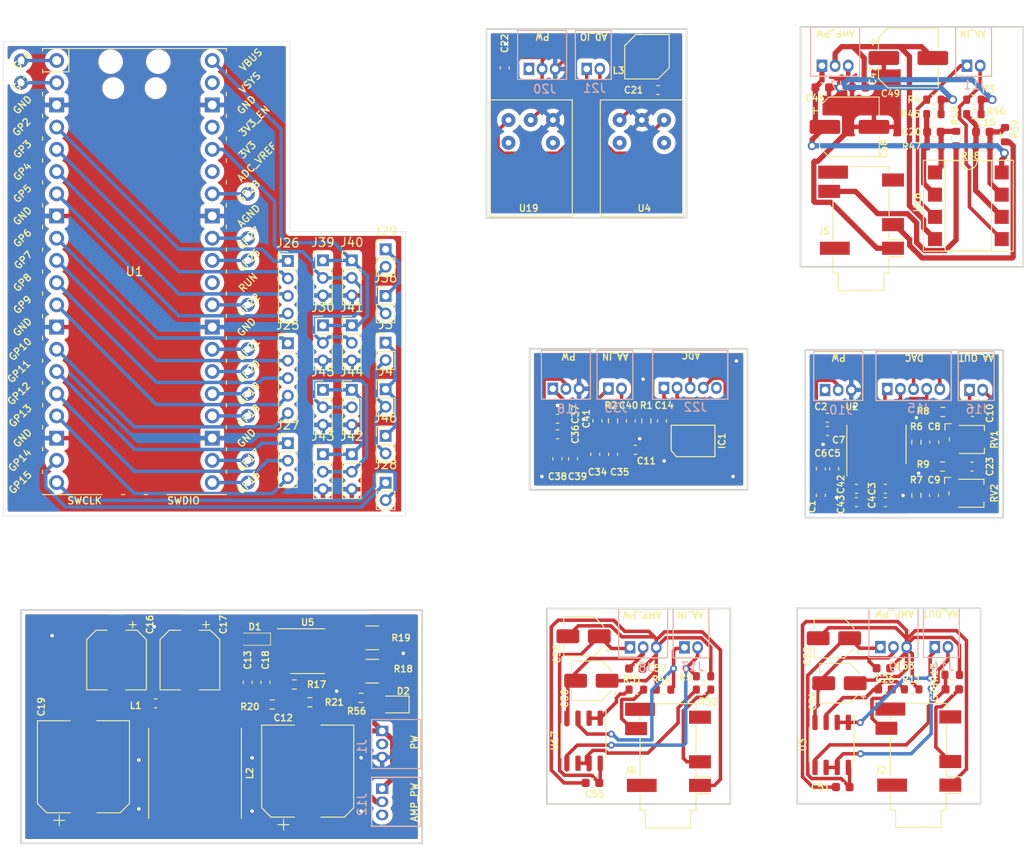
<source format=kicad_pcb>
(kicad_pcb (version 20221018) (generator pcbnew)
  (layers (0 "F.Cu" signal) (31 "B.Cu" signal) (34 "B.Paste" user) (35 "F.Paste" user) (36 "B.SilkS" user "B.Silkscreen") (37 "F.SilkS" user "F.Silkscreen") (38 "B.Mask" user) (39 "F.Mask" user) (44 "Edge.Cuts" user))
  (net 0 "")
  (net 1 "Net-(U2-CAPP)")
  (net 2 "Net-(U2-CAPM)")
  (net 3 "Net-(U2-LDOO)")
  (net 4 "Net-(C10-Pad1)")
  (net 5 "/AmpliferPowerGenerator/V-OUT")
  (net 6 "/SPD/IF/DOUT")
  (net 7 "Net-(IC1-VinL)")
  (net 8 "Net-(C23-Pad1)")
  (net 9 "Net-(U5-TC)")
  (net 10 "Net-(D1-A)")
  (net 11 "Net-(C40-Pad1)")
  (net 12 "Net-(C41-Pad1)")
  (net 13 "Net-(IC1-VinR)")
  (net 14 "Net-(U16B--)")
  (net 15 "/SPD/IF/DIN")
  (net 16 "Net-(U16A--)")
  (net 17 "Net-(U4-VCC)")
  (net 18 "Net-(U3A-+)")
  (net 19 "/DAC/+3.3v")
  (net 20 "/DAC/OUT_L")
  (net 21 "/AmpliferPowerGenerator/+5v")
  (net 22 "/SPD/IF/GND")
  (net 23 "/DAC/OUT_R")
  (net 24 "Net-(C26-Pad2)")
  (net 25 "Net-(C28-Pad2)")
  (net 26 "Net-(U3B-+)")
  (net 27 "/ADC/+5v")
  (net 28 "/ADC/GND")
  (net 29 "/ADC/+3.3v")
  (net 30 "/ADC/IN_R")
  (net 31 "/ADC/IN_L")
  (net 32 "/ADC/DOUT")
  (net 33 "/ADC/BCK")
  (net 34 "/ADC/LRCLK")
  (net 35 "/ADC/SCKI")
  (net 36 "Net-(J6-PadT)")
  (net 37 "/Headphone/VEE")
  (net 38 "/Headphone/VCC")
  (net 39 "/LineOut/VEE")
  (net 40 "/LineOut/VCC")
  (net 41 "/LineIn/VEE")
  (net 42 "/LineIn/VCC")
  (net 43 "/Headphone/IN_R")
  (net 44 "/Headphone/IN_L")
  (net 45 "/LineOut/IN_R")
  (net 46 "/LineOut/IN_L")
  (net 47 "/LineIn/OUT_R")
  (net 48 "/LineIn/OUT_L")
  (net 49 "/DAC/SCK")
  (net 50 "/DAC/BCK")
  (net 51 "/DAC/DIN")
  (net 52 "/DAC/LRCK")
  (net 53 "/SPD/IF/+3.3v")
  (net 54 "Net-(IC1-VREF)")
  (net 55 "Net-(U2-VNEG)")
  (net 56 "Net-(D1-K)")
  (net 57 "Net-(D2-A)")
  (net 62 "Net-(J3-Pin_1)")
  (net 63 "Net-(J3-Pin_2)")
  (net 73 "Net-(J27-Pin_1)")
  (net 74 "/DAC/GND")
  (net 75 "Net-(J27-Pin_2)")
  (net 76 "Net-(J27-Pin_3)")
  (net 77 "Net-(J28-Pin_1)")
  (net 78 "Net-(J28-Pin_2)")
  (net 79 "Net-(R18-Pad2)")
  (net 80 "Net-(J5-PadT)")
  (net 81 "Net-(J5-PadR1)")
  (net 82 "Net-(J6-PadR1)")
  (net 83 "Net-(J29-Pin_1)")
  (net 84 "Net-(R17-Pad1)")
  (net 85 "/DAC_SCK")
  (net 86 "/DAC_LRCK")
  (net 87 "/DAC_BCK")
  (net 88 "/DAC_DATA")
  (net 89 "/ADC_SCK")
  (net 90 "/ADC_LRCK")
  (net 91 "/ADC_BCK")
  (net 92 "/ADC_DATA")
  (net 93 "Net-(C8-Pad1)")
  (net 94 "Net-(C9-Pad1)")
  (net 95 "Net-(J29-Pin_2)")
  (net 96 "Net-(J30-Pin_1)")
  (net 97 "/DAC/MUTE")
  (net 98 "/DAC_MUTE")
  (net 99 "Net-(J30-Pin_2)")
  (net 100 "Net-(C15-Pad1)")
  (net 101 "Net-(J30-Pin_3)")
  (net 102 "Net-(C20-Pad1)")
  (net 103 "/AmpliferPowerGenerator/GND")
  (net 104 "/Headphone/GND")
  (net 105 "/LineIn/GND")
  (net 106 "/LineOut/GND")
  (net 107 "Net-(J42-Pin_1)")
  (net 108 "Net-(J42-Pin_2)")
  (net 109 "Net-(U2-OUTL)")
  (net 110 "Net-(U2-OUTR)")
  (net 111 "Net-(U5-Vfb)")
  (net 112 "Net-(U5-DC)")
  (net 113 "Net-(U17A--)")
  (net 114 "Net-(U17B--)")
  (net 115 "unconnected-(U1-GPIO0-Pad1)")
  (net 116 "unconnected-(U1-GPIO1-Pad2)")
  (net 117 "unconnected-(U1-GPIO16-Pad21)")
  (net 118 "unconnected-(U1-GPIO17-Pad22)")
  (net 119 "unconnected-(U1-GPIO18-Pad24)")
  (net 120 "unconnected-(U1-GPIO19-Pad25)")
  (net 121 "unconnected-(U1-GPIO20-Pad26)")
  (net 122 "unconnected-(U1-GPIO21-Pad27)")
  (net 123 "unconnected-(U1-GPIO22-Pad29)")
  (net 125 "unconnected-(U1-GPIO26_ADC0-Pad31)")
  (net 126 "unconnected-(U1-GPIO27_ADC1-Pad32)")
  (net 127 "unconnected-(U1-GPIO28_ADC2-Pad34)")
  (footprint "Capacitor_SMD:C_0603_1608Metric" (layer "F.Cu") (at 120.7835 78.232 90)
    (fp_text reference "C1")
    (fp_text value "0.1u")
  )
  (footprint "Capacitor_SMD:C_0603_1608Metric" (layer "F.Cu") (at 121.5325 69.342 180)
    (fp_text reference "C2")
    (fp_text value "0.1u")
  )
  (footprint "Capacitor_SMD:C_0603_1608Metric" (layer "F.Cu") (at 128.1495 78.994 180)
    (fp_text reference "C3")
    (fp_text value "0.1u")
  )
  (footprint "Capacitor_SMD:C_0603_1608Metric" (layer "F.Cu") (at 128.1495 77.47)
    (fp_text reference "C4")
    (fp_text value "10u")
  )
  (footprint "Capacitor_SMD:C_0603_1608Metric" (layer "F.Cu") (at 122.3075 75.184 90)
    (fp_text reference "C5")
    (fp_text value "1u")
  )
  (footprint "Capacitor_SMD:C_0603_1608Metric" (layer "F.Cu") (at 120.7835 75.184 90)
    (fp_text reference "C6")
    (fp_text value "1u")
  )
  (footprint "Capacitor_SMD:C_0603_1608Metric" (layer "F.Cu") (at 121.5455 70.866 180)
    (fp_text reference "C7")
    (fp_text value "0.1u")
  )
  (footprint "Capacitor_SMD:C_0603_1608Metric" (layer "F.Cu") (at 133.7375 72.136 90)
    (fp_text reference "C8")
    (fp_text value "1n")
  )
  (footprint "Capacitor_SMD:C_0603_1608Metric" (layer "F.Cu") (at 133.7121 78.232 90)
    (fp_text reference "C9")
    (fp_text value "1n")
  )
  (footprint "Capacitor_SMD:C_0603_1608Metric" (layer "F.Cu") (at 138.1063 68.6816 180)
    (fp_text reference "C10")
    (fp_text value "10u")
  )
  (footprint "Capacitor_SMD:CP_Elec_6.3x5.4" (layer "F.Cu") (at 40.298 97.052 -90)
    (fp_text reference "C16")
    (fp_text value "100u")
  )
  (footprint "Capacitor_SMD:CP_Elec_6.3x5.4" (layer "F.Cu") (at 48.68 97.052 -90)
    (fp_text reference "C17")
    (fp_text value "100u")
  )
  (footprint "Capacitor_SMD:C_0603_1608Metric" (layer "F.Cu") (at 57.316 99.592 -90)
    (fp_text reference "C18")
    (fp_text value "15p@30px2")
  )
  (footprint "Capacitor_SMD:CP_Elec_10x10" (layer "F.Cu") (at 36.518 109.254 90)
    (fp_text reference "C19")
    (fp_text value "1000u")
  )
  (footprint "Capacitor_SMD:C_0603_1608Metric" (layer "F.Cu") (at 102.1828 31.8772)
    (fp_text reference "C21")
    (fp_text value "0.1u")
  )
  (footprint "Capacitor_SMD:C_0603_1608Metric" (layer "F.Cu") (at 84.6568 29.3372 -90)
    (fp_text reference "C22")
    (fp_text value "0.1u")
  )
  (footprint "Capacitor_SMD:C_0603_1608Metric" (layer "F.Cu") (at 138.0555 74.93 180)
    (fp_text reference "C23")
    (fp_text value "10u")
  )
  (footprint "Capacitor_SMD:C_0603_1608Metric" (layer "F.Cu") (at 128.117 100.401)
    (fp_text reference "C26")
    (fp_text value "1u")
  )
  (footprint "Capacitor_SMD:C_0603_1608Metric" (layer "F.Cu") (at 135.8005 100.401)
    (fp_text reference "C28")
    (fp_text value "1u")
  )
  (footprint "Capacitor_SMD:C_0603_1608Metric" (layer "F.Cu") (at 95.00514 73.523362 -90)
    (fp_text reference "C34")
    (fp_text value "0.1u")
  )
  (footprint "Capacitor_SMD:C_0603_1608Metric" (layer "F.Cu") (at 97.03714 73.523362 90)
    (fp_text reference "C35")
    (fp_text value "10u")
  )
  (footprint "Capacitor_SMD:C_0603_1608Metric" (layer "F.Cu") (at 90.68714 71.237362 180)
    (fp_text reference "C36")
    (fp_text value "0.1u")
  )
  (footprint "Capacitor_SMD:C_0603_1608Metric" (layer "F.Cu") (at 90.68714 69.459362)
    (fp_text reference "C37")
    (fp_text value "10u")
  )
  (footprint "Capacitor_SMD:C_0603_1608Metric" (layer "F.Cu") (at 90.68714 74.031362 90)
    (fp_text reference "C38")
    (fp_text value "10u")
  )
  (footprint "Capacitor_SMD:C_0603_1608Metric" (layer "F.Cu") (at 92.46514 74.031362 -90)
    (fp_text reference "C39")
    (fp_text value "0.1u")
  )
  (footprint "Capacitor_SMD:C_0603_1608Metric" (layer "F.Cu") (at 99.06914 69.713362 90)
    (fp_text reference "C40")
    (fp_text value "1u")
  )
  (footprint "Capacitor_SMD:C_0603_1608Metric" (layer "F.Cu") (at 95.25914 69.713362 90)
    (fp_text reference "C41")
    (fp_text value "1u")
  )
  (footprint "Capacitor_SMD:C_0603_1608Metric" (layer "F.Cu") (at 124.8475 77.47 180)
    (fp_text reference "C42")
    (fp_text value "1u")
  )
  (footprint "Capacitor_SMD:C_0603_1608Metric" (layer "F.Cu") (at 124.8475 78.994 180)
    (fp_text reference "C43")
    (fp_text value "1u")
  )
  (footprint "usbdac:CUS01" (layer "F.Cu") (at 56.3 94.766 180)
    (fp_text reference "D1")
    (fp_text value "D_Schottky")
  )
  (footprint "KiCADfootprint:TI_R-PDSO-G14" (layer "F.Cu") (at 106.18114 71.999362)
    (fp_text reference "IC1")
    (fp_text value "PCM1808" hide)
  )
  (footprint "Connector_PinHeader_2.00mm:PinHeader_1x04_P2.00mm_Vertical" (layer "F.Cu") (at 59.874799 51.4228)
    (fp_text reference "J26")
    (fp_text value "Conn_ADC")
  )
  (footprint "Connector_PinHeader_2.00mm:PinHeader_1x03_P2.00mm_Vertical" (layer "F.Cu") (at 59.874799 72.2508)
    (fp_text reference "J27")
    (fp_text value "Conn_Mixer")
  )
  (footprint "Connector_PinHeader_2.00mm:PinHeader_1x02_P2.00mm_Vertical" (layer "F.Cu") (at 71.050799 76.7748)
    (fp_text reference "J28")
    (fp_text value "Conn_SPDIF")
  )
  (footprint "Connector_PinHeader_2.00mm:PinHeader_1x03_P2.00mm_Vertical" (layer "F.Cu") (at 63.879799 58.7888)
    (fp_text reference "J30")
    (fp_text value "Conn_Power")
  )
  (footprint "Inductor_SMD:L_0603_1608Metric" (layer "F.Cu") (at 44.768 102.004)
    (fp_text reference "L1")
    (fp_text value "1u")
  )
  (footprint "Inductor_SMD:L_Taiyo-Yuden_NR-10050_9.8x10.0mm" (layer "F.Cu") (at 49.268 110.004 -90)
    (fp_text reference "L2")
    (fp_text value "88u")
  )
  (footprint "usbdac:A915AY-100M" (layer "F.Cu") (at 105.9928 28.0672 -90)
    (fp_text reference "L3")
    (fp_text value "47u")
  )
  (footprint "Resistor_SMD:R_0603_1608Metric" (layer "F.Cu") (at 131.7055 72.136 -90)
    (fp_text reference "R6")
    (fp_text value "470")
  )
  (footprint "Resistor_SMD:R_0603_1608Metric" (layer "F.Cu") (at 131.7055 78.232 -90)
    (fp_text reference "R7")
    (fp_text value "470")
  )
  (footprint "Resistor_SMD:R_0603_1608Metric" (layer "F.Cu") (at 134.7281 68.6816 180)
    (fp_text reference "R8")
    (fp_text value "20k")
  )
  (footprint "Resistor_SMD:R_0603_1608Metric" (layer "F.Cu") (at 134.6905 74.93 180)
    (fp_text reference "R9")
    (fp_text value "20k")
  )
  (footprint "Resistor_SMD:R_0603_1608Metric" (layer "F.Cu") (at 131.165 100.401 180)
    (fp_text reference "R11")
    (fp_text value "100k")
  )
  (footprint "Resistor_SMD:R_0603_1608Metric" (layer "F.Cu") (at 135.8005 98.75 180)
    (fp_text reference "R13")
    (fp_text value "100k")
  )
  (footprint "Resistor_SMD:R_1210_3225Metric" (layer "F.Cu") (at 69.508 94.512 180)
    (fp_text reference "R19")
    (fp_text value "0.1")
  )
  (footprint "Resistor_SMD:R_0603_1608Metric" (layer "F.Cu") (at 58.078 102.132)
    (fp_text reference "R20")
    (fp_text value "3k")
  )
  (footprint "Resistor_SMD:R_0603_1608Metric" (layer "F.Cu") (at 62.396 101.878)
    (fp_text reference "R21")
    (fp_text value "12k")
  )
  (footprint "Resistor_SMD:R_0603_1608Metric" (layer "F.Cu") (at 133.7005 34.6285)
    (fp_text reference "R45")
    (fp_text value "3k")
  )
  (footprint "Resistor_SMD:R_0603_1608Metric" (layer "F.Cu") (at 138.2725 34.6285)
    (fp_text reference "R46")
    (fp_text value "3k")
  )
  (footprint "Resistor_SMD:R_0603_1608Metric" (layer "F.Cu") (at 133.7005 38.3115)
    (fp_text reference "R47")
    (fp_text value "7.5k")
  )
  (footprint "Resistor_SMD:R_0603_1608Metric" (layer "F.Cu") (at 139.2885 38.3115)
    (fp_text reference "R48")
    (fp_text value "7.5k")
  )
  (footprint "Resistor_SMD:R_0603_1608Metric" (layer "F.Cu") (at 136.2405 37.4225 -90)
    (fp_text reference "R49")
    (fp_text value "47")
  )
  (footprint "Resistor_SMD:R_0603_1608Metric" (layer "F.Cu") (at 141.8285 36.978 -90)
    (fp_text reference "R50")
    (fp_text value "47")
  )
  (footprint "Resistor_SMD:R_0603_1608Metric" (layer "F.Cu") (at 99.6995 100.433)
    (fp_text reference "R51")
    (fp_text value "3k")
  )
  (footprint "Resistor_SMD:R_0603_1608Metric" (layer "F.Cu") (at 107.383 100.433)
    (fp_text reference "R52")
    (fp_text value "3k")
  )
  (footprint "Potentiometer_SMD:Potentiometer_Bourns_TC33X_Vertical" (layer "F.Cu") (at 137.5729 71.8312)
    (fp_text reference "RV1")
    (fp_text value "10k")
  )
  (footprint "Potentiometer_SMD:Potentiometer_Bourns_TC33X_Vertical" (layer "F.Cu") (at 137.5221 77.978)
    (fp_text reference "RV2")
    (fp_text value "10k")
  )
  (footprint "MCU_RaspberryPi_and_Boards:RPi_Pico_WithPinHeader" (layer "F.Cu") (at 42.348799 52.6288)
    (fp_text reference "U1")
    (fp_text value "Pico")
  )
  (footprint "Package_SO:TSSOP-20_4.4x6.5mm_P0.65mm" (layer "F.Cu") (at 127.1335 72.39 90)
    (fp_text reference "U2")
    (fp_text value "PCM5102")
  )
  (footprint "Package_SO:SO-8_3.9x4.9mm_P1.27mm" (layer "F.Cu") (at 122.021 106.751 -90)
    (fp_text reference "U3")
    (fp_text value "MC33078")
  )
  (footprint "Package_SO:SOIC-8_3.9x4.9mm_P1.27mm" (layer "F.Cu") (at 62.142 96.036)
    (fp_text reference "U5")
    (fp_text value "MC34063AD")
  )
  (footprint "Package_SO:SO-8_3.9x4.9mm_P1.27mm" (layer "F.Cu") (at 93.667 106.275 -90)
    (fp_text reference "U17")
    (fp_text value "MC33078")
  )
  (footprint "Capacitor_SMD:CP_Elec_10x10" (layer "F.Cu") (at 62.142 109.752 90)
    (fp_text reference "C12")
    (fp_text value "1000u")
  )
  (footprint "Resistor_SMD:R_0603_1608Metric" (layer "F.Cu") (at 60.618 99.846)
    (fp_text reference "R17")
    (fp_text value "1k")
  )
  (footprint "Capacitor_SMD:C_0603_1608Metric" (layer "F.Cu") (at 55.284 99.592 -90)
    (fp_text reference "C13")
    (fp_text value "15p@30px2")
  )
  (footprint "Resistor_SMD:R_1210_3225Metric" (layer "F.Cu") (at 69.508 98.322)
    (fp_text reference "R18")
    (fp_text value "0.1")
  )
  (footprint "Connector_Audio:Jack_3.5mm_PJ31060-I_Horizontal" (layer "F.Cu") (at 131.927 107.005 180)
    (fp_text reference "J2")
    (fp_text value "LINE_IN1")
  )
  (footprint "Connector_Audio:Jack_3.5mm_PJ31060-I_Horizontal" (layer "F.Cu") (at 125.382 45.614 180)
    (fp_text reference "J5")
    (fp_text value "HEADPHONE_OUT")
  )
  (footprint "Package_DIP:DIP-8_W7.62mm_SMDSocket_SmallPads" (layer "F.Cu") (at 137.6375 45.106)
    (fp_text reference "U16")
    (fp_text value "NJM4580")
  )
  (footprint "Connector_Audio:Jack_3.5mm_PJ31060-I_Horizontal" (layer "F.Cu") (at 103.319 107.037 180)
    (fp_text reference "J6")
    (fp_text value "LINE_OUT")
  )
  (footprint "Capacitor_SMD:C_0603_1608Metric" (layer "F.Cu") (at 120.937 31.5805)
    (fp_text reference "C46")
    (fp_text value "0.1u")
  )
  (footprint "Capacitor_SMD:C_0603_1608Metric" (layer "F.Cu") (at 125.128 31.5805 180)
    (fp_text reference "C47")
    (fp_text value "0.1u")
  )
  (footprint "Capacitor_SMD:CP_Elec_6.3x5.4" (layer "F.Cu") (at 124.0485 36.089)
    (fp_text reference "C48")
    (fp_text value "100u")
  )
  (footprint "Capacitor_SMD:CP_Elec_6.3x5.4" (layer "F.Cu") (at 130.7795 28.215)
    (fp_text reference "C49")
    (fp_text value "100u")
  )
  (footprint "Capacitor_SMD:C_0603_1608Metric" (layer "F.Cu") (at 123.291 111.577 180)
    (fp_text reference "C51")
    (fp_text value "0.1u")
  )
  (footprint "Capacitor_SMD:CP_Elec_4x3.9" (layer "F.Cu") (at 122.275 94.559 180)
    (fp_text reference "C52")
    (fp_text value "10u")
  )
  (footprint "Capacitor_SMD:C_0603_1608Metric" (layer "F.Cu") (at 127.9265 97.988)
    (fp_text reference "C53")
    (fp_text value "0.1u")
  )
  (footprint "Capacitor_SMD:CP_Elec_4x3.9" (layer "F.Cu") (at 122.91 99.7025 180)
    (fp_text reference "C54")
    (fp_text value "10u")
  )
  (footprint "Capacitor_SMD:C_0603_1608Metric" (layer "F.Cu") (at 94.683 111.101 180)
    (fp_text reference "C55")
    (fp_text value "0.1u")
  )
  (footprint "Capacitor_SMD:CP_Elec_4x3.9" (layer "F.Cu") (at 93.667 94.337 180)
    (fp_text reference "C56")
    (fp_text value "10u")
  )
  (footprint "Capacitor_SMD:C_0603_1608Metric" (layer "F.Cu") (at 99.636 98.02)
    (fp_text reference "C57")
    (fp_text value "0.1u")
  )
  (footprint "Capacitor_SMD:CP_Elec_4x3.9" (layer "F.Cu") (at 94.556 99.417 180)
    (fp_text reference "C58")
    (fp_text value "10u")
  )
  (footprint "LED_SMD:LED_0805_2012Metric" (layer "F.Cu") (at 72.048 102.132 180)
    (fp_text reference "D2")
    (fp_text value "LED")
  )
  (footprint "Resistor_SMD:R_0603_1608Metric" (layer "F.Cu") (at 68.238 101.37)
    (fp_text reference "R56")
    (fp_text value "330")
  )
  (footprint "Capacitor_SMD:C_0603_1608Metric" (layer "F.Cu") (at 99.57714 73.015362 180)
    (fp_text reference "C11")
    (fp_text value "0.1u")
  )
  (footprint "Capacitor_SMD:C_0603_1608Metric" (layer "F.Cu") (at 102.62514 69.713362 90)
    (fp_text reference "C14")
    (fp_text value "0.1u")
  )
  (footprint "Connector_PinHeader_2.00mm:PinHeader_1x05_P2.00mm_Vertical" (layer "F.Cu") (at 59.874799 60.8208)
    (fp_text reference "J25")
    (fp_text value "Conn_DAC")
  )
  (footprint "Resistor_SMD:R_0603_1608Metric" (layer "F.Cu") (at 100.84714 69.713362 90)
    (fp_text reference "R1")
    (fp_text value "22")
  )
  (footprint "Resistor_SMD:R_0603_1608Metric" (layer "F.Cu") (at 97.03714 69.713362 90)
    (fp_text reference "R2")
    (fp_text value "22")
  )
  (footprint "usbdac:PLR133-135" (layer "F.Cu") (at 105.18 46.406 180)
    (fp_text reference "U4")
    (fp_text value "PLR135")
  )
  (footprint "usbdac:PLR133-135" (layer "F.Cu") (at 92.48 46.406 180)
    (fp_text reference "U19")
    (fp_text value "PLR133")
  )
  (footprint "Capacitor_SMD:C_0603_1608Metric" (layer "F.Cu") (at 139.2885 36.6605 180)
    (fp_text reference "C15")
    (fp_text value "1n")
  )
  (footprint "Capacitor_SMD:C_0603_1608Metric" (layer "F.Cu") (at 133.7005 36.6605 180)
    (fp_text reference "C20")
    (fp_text value "1n")
  )
  (footprint "Resistor_SMD:R_0603_1608Metric" (layer "F.Cu") (at 138.2725 32.9775)
    (fp_text reference "R3")
    (fp_text value "10k")
  )
  (footprint "Resistor_SMD:R_0603_1608Metric" (layer "F.Cu") (at 133.7005 32.9775)
    (fp_text reference "R4")
    (fp_text value "10k")
  )
  (footprint "Resistor_SMD:R_0603_1608Metric" (layer "F.Cu") (at 107.383 98.909)
    (fp_text reference "R5")
    (fp_text value "100k")
  )
  (footprint "Resistor_SMD:R_0603_1608Metric" (layer "F.Cu") (at 102.811 100.433 180)
    (fp_text reference "R44")
    (fp_text value "100k")
  )
  (footprint "Connector_PinHeader_2.00mm:PinHeader_1x02_P2.00mm_Vertical" (layer "F.Cu") (at 71.050799 60.7568)
    (fp_text reference "J3")
    (fp_text value "Conn_01x02_Analog")
  )
  (footprint "Connector_PinHeader_2.00mm:PinHeader_1x02_P2.00mm_Vertical" (layer "F.Cu") (at 71.050799 66.0908)
    (fp_text reference "J4")
    (fp_text value "Conn_01x02_Analog")
  )
  (footprint "Connector_PinHeader_2.00mm:PinHeader_1x02_P2.00mm_Vertical" (layer "F.Cu") (at 71.050799 50.0888)
    (fp_text reference "J29")
    (fp_text value "Conn_01x02_Analog")
  )
  (footprint "Connector_PinHeader_2.00mm:PinHeader_1x02_P2.00mm_Vertical" (layer "F.Cu") (at 71.050799 55.4228)
    (fp_text reference "J36")
    (fp_text value "Conn_01x02_Analog")
  )
  (footprint "Connector_PinHeader_2.00mm:PinHeader_1x03_P2.00mm_Vertical" (layer "F.Cu") (at 63.879799 51.3588)
    (fp_text reference "J39")
    (fp_text value "Conn_Power")
  )
  (footprint "Connector_PinHeader_2.00mm:PinHeader_1x03_P2.00mm_Vertical" (layer "F.Cu") (at 67.181799 51.3588)
    (fp_text reference "J40")
    (fp_text value "Conn_Power")
  )
  (footprint "Connector_PinHeader_2.00mm:PinHeader_1x03_P2.00mm_Vertical" (layer "F.Cu") (at 67.181799 58.7888)
    (fp_text reference "J41")
    (fp_text value "Conn_Power")
  )
  (footprint "Connector_PinHeader_2.00mm:PinHeader_1x03_P2.00mm_Vertical" (layer "F.Cu") (at 67.181799 73.5208)
    (fp_text reference "J42")
    (fp_text value "Conn_AnalogPower")
  )
  (footprint "Connector_PinHeader_2.00mm:PinHeader_1x03_P2.00mm_Vertical" (layer "F.Cu") (at 63.879799 73.5208)
    (fp_text reference "J43")
    (fp_text value "Conn_AnalogPower")
  )
  (footprint "Connector_PinHeader_2.00mm:PinHeader_1x03_P2.00mm_Vertical" (layer "F.Cu") (at 67.181799 66.1548)
    (fp_text reference "J44")
    (fp_text value "Conn_AnalogPower")
  )
  (footprint "Connector_PinHeader_2.00mm:PinHeader_1x03_P2.00mm_Vertical" (layer "F.Cu") (at 63.879799 66.1548)
    (fp_text reference "J45")
    (fp_text value "Conn_AnalogPower")
  )
  (footprint "Connector_PinHeader_2.00mm:PinHeader_1x02_P2.00mm_Vertical" (layer "F.Cu") (at 71.050799 71.4248)
    (fp_text reference "J46")
    (fp_text value "Conn_01x02_Analog")
  )
  (footprint "usbdac:JST_ZH_S2B_ZR_1x03_P1.50mm_Horizontal_2layer" (layer "B.Cu") (at 69.254 103.656 -90)
    (fp_text reference "J1")
    (fp_text value "Conn_Power")
  )
  (footprint "usbdac:JST_ZH_S2B_ZR_1x03_P1.50mm_Horizontal_2layer" (layer "B.Cu") (at 119.413 30.501)
    (fp_text reference "J7")
    (fp_text value "Conn_AmpPower")
  )
  (footprint "usbdac:JST_ZH_S2B_ZR_1x03_P1.50mm_Horizontal_2layer" (layer "B.Cu") (at 97.477 97.004)
    (fp_text reference "J8")
    (fp_text value "Conn_AmpPower")
  )
  (footprint "usbdac:JST_ZH_S2B_ZR_1x03_P1.50mm_Horizontal_2layer" (layer "B.Cu") (at 126.085 96.972)
    (fp_text reference "J9")
    (fp_text value "Conn_AmpPower")
  )
  (footprint "usbdac:JST_ZH_S2B_ZR_1x03_P1.50mm_Horizontal_2layer" (layer "B.Cu") (at 119.7675 67.564)
    (fp_text reference "J10")
    (fp_text value "Conn_Power")
  )
  (footprint "usbdac:JST_ZH_S2B_ZR_1x03_P1.50mm_Horizontal_2layer" (layer "B.Cu") (at 88.65514 67.427362)
    (fp_text reference "J18")
    (fp_text value "Conn_Power")
  )
  (footprint "usbdac:JST_ZH_S2B_ZR_1x03_P1.50mm_Horizontal_2layer" (layer "B.Cu") (at 85.9268 30.8612)
    (fp_text reference "J20")
    (fp_text value "Conn_Power")
  )
  (footprint "usbdac:JST_ZH_S2B_ZR_1x02_P1.50mm_Horizontal_2layer" (layer "B.Cu") (at 92.5308 30.8612)
    (fp_text reference "J21")
    (fp_text value "Conn_SPDIF")
  )
  (footprint "usbdac:JST_ZH_S2B_ZR_1x05_P1.50mm_Horizontal_2layer" (layer "B.Cu") (at 101.35514 67.427362)
    (fp_text reference "J22")
    (fp_text value "Conn_ADC")
  )
  (footprint "usbdac:JST_ZH_S2B_ZR_1x03_P1.50mm_Horizontal_2layer" (layer "B.Cu") (at 69.254 110.26 -90)
    (fp_text reference "J12")
    (fp_text value "Conn_AmpPower")
  )
  (footprint "usbdac:JST_ZH_S2B_ZR_1x05_P1.50mm_Horizontal_2layer" (layer "B.Cu") (at 126.8795 67.564)
    (fp_text reference "J15")
    (fp_text value "Conn_DAC")
  )
  (footprint "usbdac:JST_ZH_S2B_ZR_1x02_P1.50mm_Horizontal_2layer" (layer "B.Cu") (at 135.9865 30.501)
    (fp_text reference "J11")
    (fp_text value "Conn_Analog")
  )
  (footprint "usbdac:JST_ZH_S2B_ZR_1x02_P1.50mm_Horizontal_2layer" (layer "B.Cu") (at 103.7 97.004)
    (fp_text reference "J13")
    (fp_text value "Conn_Analog")
  )
  (footprint "usbdac:JST_ZH_S2B_ZR_1x02_P1.50mm_Horizontal_2layer" (layer "B.Cu") (at 132.308 96.972)
    (fp_text reference "J14")
    (fp_text value "Conn_Analog")
  )
  (footprint "usbdac:JST_ZH_S2B_ZR_1x02_P1.50mm_Horizontal_2layer" (layer "B.Cu") (at 136.2775 67.564)
    (fp_text reference "J16")
    (fp_text value "Conn_Analog")
  )
  (footprint "usbdac:JST_ZH_S2B_ZR_1x02_P1.50mm_Horizontal_2layer" (layer "B.Cu") (at 95.00514 67.427362)
    (fp_text reference "J35")
    (fp_text value "Conn_Analog")
  )
  (gr_line (start 118.084 113.482) (end 139.039 113.482) (stroke (width 0.2)) (layer "Edge.Cuts"))
  (gr_line (start 82.574 46.4822) (end 105.434 46.4822) (stroke (width 0.2)) (layer "Edge.Cuts"))
  (gr_line (start 112.40414 61.458362) (end 87.51214 61.458362) (stroke (width 0.2)) (layer "Edge.Cuts"))
  (gr_line (start 60.128799 26.3398) (end 27.362799 26.3398) (stroke (width 0.05)) (layer "Edge.Cuts"))
  (gr_line (start 60.128799 26.3398) (end 60.128799 48.0568) (stroke (width 0.05)) (layer "Edge.Cuts"))
  (gr_line (start 27.362799 26.3398) (end 27.362799 80.5688) (stroke (width 0.05)) (layer "Edge.Cuts"))
  (gr_line (start 141.6115 61.595) (end 119.0055 61.595) (stroke (width 0.2)) (layer "Edge.Cuts"))
  (gr_line (start 110.431 91.162) (end 89.476 91.162) (stroke (width 0.2)) (layer "Edge.Cuts"))
  (gr_line (start 29.376 91.337) (end 29.376 118.007) (stroke (width 0.2)) (layer "Edge.Cuts"))
  (gr_line (start 141.6115 80.772) (end 141.6115 61.595) (stroke (width 0.2)) (layer "Edge.Cuts"))
  (gr_line (start 75.223 118.007) (end 75.223 91.337) (stroke (width 0.2)) (layer "Edge.Cuts"))
  (gr_line (start 73.336799 80.5688) (end 73.336799 48.0568) (stroke (width 0.05)) (layer "Edge.Cuts"))
  (gr_line (start 119.0055 80.772) (end 141.6115 80.772) (stroke (width 0.2)) (layer "Edge.Cuts"))
  (gr_line (start 119.0055 61.595) (end 119.0055 80.772) (stroke (width 0.2)) (layer "Edge.Cuts"))
  (gr_line (start 105.434 24.8922) (end 82.574 24.8922) (stroke (width 0.2)) (layer "Edge.Cuts"))
  (gr_line (start 73.336799 48.0568) (end 60.128799 48.0568) (stroke (width 0.05)) (layer "Edge.Cuts"))
  (gr_line (start 110.431 113.514) (end 110.431 91.162) (stroke (width 0.2)) (layer "Edge.Cuts"))
  (gr_line (start 139.039 91.13) (end 118.084 91.13) (stroke (width 0.2)) (layer "Edge.Cuts"))
  (gr_line (start 27.362799 80.5688) (end 73.336799 80.5688) (stroke (width 0.05)) (layer "Edge.Cuts"))
  (gr_line (start 87.51214 61.458362) (end 87.51214 77.587362) (stroke (width 0.2)) (layer "Edge.Cuts"))
  (gr_line (start 112.40414 77.587362) (end 112.40414 61.458362) (stroke (width 0.2)) (layer "Edge.Cuts"))
  (gr_line (start 143.924 24.659) (end 118.4605 24.659) (stroke (width 0.2)) (layer "Edge.Cuts"))
  (gr_line (start 89.476 113.514) (end 110.431 113.514) (stroke (width 0.2)) (layer "Edge.Cuts"))
  (gr_line (start 82.574 24.8922) (end 82.574 46.4822) (stroke (width 0.2)) (layer "Edge.Cuts"))
  (gr_line (start 118.4605 52.091) (end 118.4605 24.659) (stroke (width 0.2)) (layer "Edge.Cuts"))
  (gr_line (start 118.4605 52.091) (end 143.924 52.091) (stroke (width 0.2)) (layer "Edge.Cuts"))
  (gr_line (start 89.476 91.162) (end 89.476 113.514) (stroke (width 0.2)) (layer "Edge.Cuts"))
  (gr_line (start 29.376 118.007) (end 75.223 118.007) (stroke (width 0.2)) (layer "Edge.Cuts"))
  (gr_line (start 143.924 24.659) (end 143.924 52.091) (stroke (width 0.2)) (layer "Edge.Cuts"))
  (gr_line (start 118.084 91.13) (end 118.084 113.482) (stroke (width 0.2)) (layer "Edge.Cuts"))
  (gr_line (start 75.223 91.337) (end 29.376 91.337) (stroke (width 0.2)) (layer "Edge.Cuts"))
  (gr_line (start 105.434 46.4822) (end 105.434 24.8922) (stroke (width 0.2)) (layer "Edge.Cuts"))
  (gr_line (start 139.039 113.482) (end 139.039 91.13) (stroke (width 0.2)) (layer "Edge.Cuts"))
  (gr_line (start 87.51214 77.587362) (end 112.40414 77.587362) (stroke (width 0.2)) (layer "Edge.Cuts"))
  (gr_text "AMP_PW" (at 100.3345 91.8986 180) (layer "F.SilkS") (effects (font (size 0.75 0.75))))
  (gr_text "AA_OUT" (at 138.5635 62.484 180) (layer "F.SilkS") (effects (font (size 0.75 0.75))))
  (gr_text "AA_IN" (at 138.1455 25.421 180) (layer "F.SilkS") (effects (font (size 0.75 0.75))))
  (gr_text "AMP_PW" (at 122.461 25.421 180) (layer "F.SilkS") (effects (font (size 0.75 0.75))))
  (gr_text "AMP_PW" (at 74.334 113.308 90) (layer "F.SilkS") (effects (font (size 0.75 0.75))))
  (gr_text "PW" (at 74.334 106.45 90) (layer "F.SilkS") (effects (font (size 0.75 0.75))))
  (gr_text "PW" (at 91.95714 62.347362 180) (layer "F.SilkS") (effects (font (size 0.75 0.75))))
  (gr_text "ADC" (at 105.92714 62.220362 180) (layer "F.SilkS") (effects (font (size 0.75 0.75))))
  (gr_text "AA_IN" (at 97.29114 62.347362 180) (layer "F.SilkS") (effects (font (size 0.75 0.75))))
  (gr_text "PW" (at 88.9748 25.7812 180) (layer "F.SilkS") (effects (font (size 0.75 0.75))))
  (gr_text "AD_IO" (at 94.8168 25.7812 180) (layer "F.SilkS") (effects (font (size 0.75 0.75))))
  (gr_text "AA_IN" (at 105.859 91.8986 180) (layer "F.SilkS") (effects (font (size 0.75 0.75))))
  (gr_text "PW" (at 122.8155 62.484 180) (layer "F.SilkS") (effects (font (size 0.75 0.75))))
  (gr_text "DAC" (at 131.4515 62.484 180) (layer "F.SilkS") (effects (font (size 0.75 0.75))))
  (gr_text "AMP_PW" (at 129.1965 91.765 180) (layer "F.SilkS") (effects (font (size 0.75 0.75))))
  (gr_text "AA_OUT" (at 134.467 91.765 180) (layer "F.SilkS") (effects (font (size 0.75 0.75))))
  (segment (start 122.3075 75.959) (end 122.8025 75.959) (width 0.4) (layer "F.Cu") (net 1))
  (segment (start 122.8025 75.959) (end 123.60849 75.15301) (width 0.4) (layer "F.Cu") (net 1))
  (segment (start 124.8585 74.457876) (end 124.8585 75.2525) (width 0.4) (layer "F.Cu") (net 1))
  (segment (start 124.515614 74.11499) (end 124.8585 74.457876) (width 0.4) (layer "F.Cu") (net 1))
  (segment (start 123.60849 74.407886) (end 123.901386 74.11499) (width 0.4) (layer "F.Cu") (net 1))
  (segment (start 122.3075 75.959) (end 120.7835 75.959) (width 0.4) (layer "F.Cu") (net 1))
  (segment (start 123.60849 75.15301) (end 123.60849 74.407886) (width 0.4) (layer "F.Cu") (net 1))
  (segment (start 123.901386 74.11499) (end 124.515614 74.11499) (width 0.4) (layer "F.Cu") (net 1))
  (segment (start 123.201519 73.514981) (end 125.215605 73.514981) (width 0.4) (layer "F.Cu") (net 2))
  (segment (start 122.3075 74.409) (end 120.7835 74.409) (width 0.4) (layer "F.Cu") (net 2))
  (segment (start 122.3075 74.409) (end 123.201519 73.514981) (width 0.4) (layer "F.Cu") (net 2))
  (segment (start 125.215605 73.514981) (end 126.1585 74.457876) (width 0.4) (layer "F.Cu") (net 2))
  (segment (start 126.1585 74.457876) (end 126.1585 75.2525) (width 0.4) (layer "F.Cu") (net 2))
  (segment (start 122.71952 71.26502) (end 122.3205 70.866) (width 0.4) (layer "F.Cu") (net 3))
  (segment (start 124.764146 71.26502) (end 122.71952 71.26502) (width 0.4) (layer "F.Cu") (net 3))
  (segment (start 125.5085 70.520666) (end 124.764146 71.26502) (width 0.4) (layer "F.Cu") (net 3))
  (segment (start 125.5085 69.5275) (end 125.5085 70.520666) (width 0.4) (layer "F.Cu") (net 3))
  (segment (start 138.9975 72.136) (end 138.9975 69.255) (width 0.4) (layer "F.Cu") (net 4))
  (segment (start 138.9975 69.255) (end 138.8305 69.088) (width 0.4) (layer "F.Cu") (net 4))
  (segment (start 34.76799 107.314668) (end 38.705312 111.25199) (width 0.6) (layer "F.Cu") (net 5))
  (segment (start 69.953998 113.26) (end 70.654 113.26) (width 0.6) (layer "F.Cu") (net 5))
  (segment (start 34.76799 103.193332) (end 34.76799 107.314668) (width 0.6) (layer "F.Cu") (net 5))
  (segment (start 43.9805 102.004) (end 42.45 102.004) (width 0.6) (layer "F.Cu") (net 5))
  (segment (start 38.109322 99.852) (end 34.76799 103.193332) (width 0.6) (layer "F.Cu") (net 5))
  (segment (start 42.45 102.004) (end 40.298 99.852) (width 0.6) (layer "F.Cu") (net 5))
  (segment (start 67.945988 111.25199) (end 69.953998 113.26) (width 0.6) (layer "F.Cu") (net 5))
  (segment (start 40.298 99.852) (end 38.109322 99.852) (width 0.6) (layer "F.Cu") (net 5))
  (segment (start 38.705312 111.25199) (end 67.945988 111.25199) (width 0.6) (layer "F.Cu") (net 5))
  (segment (start 95.5308 37.422802) (end 97.213999 39.106001) (width 0.4) (layer "F.Cu") (net 6))
  (segment (start 99.069999 39.106001) (end 102.87 35.306) (width 0.4) (layer "F.Cu") (net 6))
  (segment (start 95.5308 29.4612) (end 95.5308 37.422802) (width 0.4) (layer "F.Cu") (net 6))
  (segment (start 97.213999 39.106001) (end 99.069999 39.106001) (width 0.4) (layer "F.Cu") (net 6))
  (segment (start 97.51214 68.888362) (end 98.19413 69.570352) (width 0.4) (layer "F.Cu") (net 7))
  (segment (start 98.19413 72.407352) (end 98.80214 73.015362) (width 0.4) (layer "F.Cu") (net 7))
  (segment (start 99.67715 73.890372) (end 101.235132 73.890372) (width 0.4) (layer "F.Cu") (net 7))
  (segment (start 104.88114 70.244364) (end 104.88114 69.199362) (width 0.4) (layer "F.Cu") (net 7))
  (segment (start 98.19413 69.570352) (end 98.19413 72.407352) (width 0.4) (layer "F.Cu") (net 7))
  (segment (start 101.235132 73.890372) (end 104.88114 70.244364) (width 0.4) (layer "F.Cu") (net 7))
  (segment (start 97.03714 68.888362) (end 97.51214 68.888362) (width 0.4) (layer "F.Cu") (net 7))
  (segment (start 98.80214 73.015362) (end 99.67715 73.890372) (width 0.4) (layer "F.Cu") (net 7))
  (segment (start 138.8305 74.93) (end 138.8305 77.8364) (width 0.4) (layer "F.Cu") (net 8))
  (segment (start 138.8305 78.2428) (end 138.9721 78.3844) (width 0.4) (layer "F.Cu") (net 8))
  (segment (start 138.8305 77.8364) (end 138.9721 77.978) (width 0.4) (layer "F.Cu") (net 8))
  (segment (start 57.316 98.047) (end 57.316 98.817) (width 0.6) (layer "F.Cu") (net 9))
  (segment (start 58.692 96.671) (end 57.316 98.047) (width 0.6) (layer "F.Cu") (net 9))
  (segment (start 55.284 98.817) (end 57.316 98.817) (width 0.6) (layer "F.Cu") (net 9))
  (segment (start 59.667 96.671) (end 58.692 96.671) (width 0.6) (layer "F.Cu") (net 9))
  (segment (start 57.316 102.069) (end 57.253 102.132) (width 0.6) (layer "F.Cu") (net 10))
  (segment (start 46.617999 107.804001) (end 45.5555 106.741502) (width 0.6) (layer "F.Cu") (net 10))
  (segment (start 55.284 104.438002) (end 51.918001 107.804001) (width 0.6) (layer "F.Cu") (net 10))
  (segment (start 51.918001 107.804001) (end 46.617999 107.804001) (width 0.6) (layer "F.Cu") (net 10))
  (segment (start 55.284 100.367) (end 55.284 104.438002) (width 0.6) (layer "F.Cu") (net 10))
  (segment (start 57.316 100.367) (end 59.667 98.016) (width 0.6) (layer "F.Cu") (net 10))
  (segment (start 45.5555 106.741502) (end 45.5555 102.004) (width 0.6) (layer "F.Cu") (net 10))
  (segment (start 59.793 98.067) (end 59.667 97.941) (width 0.4) (layer "F.Cu") (net 10))
  (segment (start 45.471982 102.004) (end 45.5555 102.004) (width 0.6) (layer "F.Cu") (net 10))
  (segment (start 57.316 100.367) (end 55.284 100.367) (width 0.6) (layer "F.Cu") (net 10))
  (segment (start 42.221982 105.254) (end 45.471982 102.004) (width 0.6) (layer "F.Cu") (net 10))
  (segment (start 57.316 100.367) (end 57.316 102.069) (width 0.6) (layer "F.Cu") (net 10))
  (segment (start 59.667 98.016) (end 59.667 97.941) (width 0.6) (layer "F.Cu") (net 10))
  (segment (start 54.30899 99.39199) (end 55.284 100.367) (width 0.6) (layer "F.Cu") (net 10))
  (segment (start 54.30899 95.25701) (end 54.30899 99.39199) (width 0.6) (layer "F.Cu") (net 10))
  (segment (start 54.9 94.666) (end 54.30899 95.25701) (width 0.6) (layer "F.Cu") (net 10))
  (segment (start 36.518 105.254) (end 42.221982 105.254) (width 0.6) (layer "F.Cu") (net 10))
  (segment (start 100.79714 70.488362) (end 100.84714 70.538362) (width 0.4) (layer "F.Cu") (net 11))
  (segment (start 99.06914 70.488362) (end 100.79714 70.488362) (width 0.4) (layer "F.Cu") (net 11))
  (segment (start 95.25914 70.488362) (end 96.98714 70.488362) (width 0.4) (layer "F.Cu") (net 12))
  (segment (start 96.98714 70.488362) (end 97.03714 70.538362) (width 0.4) (layer "F.Cu") (net 12))
  (segment (start 97.03714 70.538362) (end 97.03714 70.742362) (width 0.4) (layer "F.Cu") (net 12))
  (segment (start 95.25914 70.488362) (end 95.43714 70.488362) (width 0.4) (layer "F.Cu") (net 12))
  (segment (start 103.92014 68.888362) (end 104.23114 69.199362) (width 0.4) (layer "F.Cu") (net 13))
  (segment (start 100.84714 68.888362) (end 103.92014 68.888362) (width 0.4) (layer "F.Cu") (net 13))
  (segment (start 138.5135 38.2615) (end 138.4635 38.3115) (width 0.6) (layer "F.Cu") (net 14))
  (segment (start 141.4475 46.336002) (end 141.4475 46.376) (width 0.6) (layer "F.Cu") (net 14))
  (segment (start 138.4635 43.352002) (end 141.4475 46.336002) (width 0.6) (layer "F.Cu") (net 14))
  (segment (start 138.5135 35.8855) (end 138.5135 36.6605) (width 0.6) (layer "F.Cu") (net 14))
  (segment (start 138.5135 36.6605) (end 138.5135 38.2615) (width 0.6) (layer "F.Cu") (net 14))
  (segment (start 138.4635 38.3115) (end 138.4635 43.352002) (width 0.6) (layer "F.Cu") (net 14))
  (segment (start 137.4475 34.6285) (end 137.4475 34.8195) (width 0.6) (layer "F.Cu") (net 14))
  (segment (start 137.4475 34.8195) (end 138.5135 35.8855) (width 0.6) (layer "F.Cu") (net 14))
  (segment (start 83.889999 36.506001) (end 85.09 35.306) (width 0.4) (layer "F.Cu") (net 15))
  (segment (start 94.0308 29.4612) (end 93.6768 29.4612) (width 0.4) (layer "F.Cu") (net 15))
  (segment (start 83.889999 38.482001) (end 83.889999 36.506001) (width 0.4) (layer "F.Cu") (net 15))
  (segment (start 90.746001 39.106001) (end 84.513999 39.106001) (width 0.4) (layer "F.Cu") (net 15))
  (segment (start 94.0308 35.821202) (end 90.746001 39.106001) (width 0.4) (layer "F.Cu") (net 15))
  (segment (start 84.513999 39.106001) (end 83.889999 38.482001) (width 0.4) (layer "F.Cu") (net 15))
  (segment (start 94.0308 29.4612) (end 94.0308 35.821202) (width 0.4) (layer "F.Cu") (net 15))
  (segment (start 132.8755 36.6105) (end 132.9255 36.6605) (width 0.6) (layer "F.Cu") (net 16))
  (segment (start 132.527499 38.659501) (end 132.527499 42.535999) (width 0.6) (layer "F.Cu") (net 16))
  (segment (start 132.8755 38.3115) (end 132.527499 38.659501) (width 0.6) (layer "F.Cu") (net 16))
  (segment (start 132.8755 38.3115) (end 132.8755 38.3755) (width 0.6) (layer "F.Cu") (net 16))
  (segment (start 132.527499 42.535999) (end 133.8275 43.836) (width 0.6) (layer "F.Cu") (net 16))
  (segment (start 132.9255 36.6605) (end 132.9255 38.2615) (width 0.6) (layer "F.Cu") (net 16))
  (segment (start 132.9255 38.2615) (end 132.8755 38.3115) (width 0.6) (layer "F.Cu") (net 16))
  (segment (start 132.8755 34.6285) (end 132.8755 36.6105) (width 0.6) (layer "F.Cu") (net 16))
  (segment (start 101.2188 31.8772) (end 97.79 35.306) (width 0.4) (layer "F.Cu") (net 17))
  (segment (start 102.6908 29.8452) (end 102.6908 30.5942) (width 0.4) (layer "F.Cu") (net 17))
  (segment (start 102.6908 30.5942) (end 101.4078 31.8772) (width 0.4) (layer "F.Cu") (net 17))
  (segment (start 101.4078 31.8772) (end 101.2188 31.8772) (width 0.4) (layer "F.Cu") (net 17))
  (segment (start 127.342 100.401) (end 127.342 100.033) (width 0.4) (layer "F.Cu") (net 18))
  (segment (start 130.086 100.147) (end 130.086 100.401) (width 0.4) (layer "F.Cu") (net 18))
  (segment (start 129.46499 99.52599) (end 130.086 100.147) (width 0.4) (layer "F.Cu") (net 18))
  (segment (start 121.386 103.301) (end 121.386 104.176) (width 0.4) (layer "F.Cu") (net 18))
  (segment (start 126.847 100.401) (end 125.90099 101.34701) (width 0.4) (layer "F.Cu") (net 18))
  (segment (start 125.90099 101.34701) (end 123.33999 101.34701) (width 0.4) (layer "F.Cu") (net 18))
  (segment (start 127.84901 99.52599) (end 129.46499 99.52599) (width 0.4) (layer "F.Cu") (net 18))
  (segment (start 127.342 100.401) (end 126.847 100.401) (width 0.4) (layer "F.Cu") (net 18))
  (segment (start 123.33999 101.34701) (end 121.386 103.301) (width 0.4) (layer "F.Cu") (net 18))
  (segment (start 127.342 100.033) (end 127.84901 99.52599) (width 0.4) (layer "F.Cu") (net 18))
  (segment (start 128.7585 76.086) (end 127.3745 77.47) (width 0.4) (layer "F.Cu") (net 19))
  (segment (start 124.2085 75.556) (end 124.2085 75.2525) (width 0.4) (layer "F.Cu") (net 19))
  (segment (start 122.187501 65.063999) (end 120.347499 65.063999) (width 0.4) (layer "F.Cu") (net 19))
  (segment (start 122.7675 65.643998) (end 122.187501 65.063999) (width 0.4) (layer "F.Cu") (net 19))
  (segment (start 120.267499 65.143999) (end 120.267499 68.851999) (width 0.4) (layer "F.Cu") (net 19))
  (segment (start 120.347499 65.063999) (end 120.267499 65.143999) (width 0.4) (layer "F.Cu") (net 19))
  (segment (start 122.7675 66.164) (end 122.7675 66.533) (width 0.4) (layer "F.Cu") (net 19))
  (segment (start 122.7675 66.164) (end 122.7675 65.643998) (width 0.4) (layer "F.Cu") (net 19))
  (segment (start 119.883499 76.556999) (end 120.7835 77.457) (width 0.4) (layer "F.Cu") (net 19))
  (segment (start 123.14799 68.46699) (end 121.63251 68.46699) (width 0.4) (layer "F.Cu") (net 19))
  (segment (start 128.7585 75.2525) (end 128.7585 76.086) (width 0.4) (layer "F.Cu") (net 19))
  (segment (start 120.28661 79.86901) (end 126.49949 79.86901) (width 0.4) (layer "F.Cu") (net 19))
  (segment (start 120.267499 68.851999) (end 120.7575 69.342) (width 0.4) (layer "F.Cu") (net 19))
  (segment (start 127.3745 77.47) (end 127.3745 78.994) (width 0.4) (layer "F.Cu") (net 19))
  (segment (start 124.2085 69.5275) (end 123.14799 68.46699) (width 0.4) (layer "F.Cu") (net 19))
  (segment (start 122.3075 77.457) (end 124.2085 75.556) (width 0.4) (layer "F.Cu") (net 19))
  (segment (start 119.883499 79.465899) (end 120.28661 79.86901) (width 0.4) (layer "F.Cu") (net 19))
  (segment (start 120.7575 69.342) (end 119.883499 70.216001) (width 0.4) (layer "F.Cu") (net 19))
  (segment (start 119.883499 70.216001) (end 119.883499 76.556999) (width 0.4) (layer "F.Cu") (net 19))
  (segment (start 122.3075 77.457) (end 120.7705 77.457) (width 0.4) (layer "F.Cu") (net 19))
  (segment (start 121.63251 68.46699) (end 120.7575 69.342) (width 0.4) (layer "F.Cu") (net 19))
  (segment (start 119.883499 76.556999) (end 119.883499 79.465899) (width 0.4) (layer "F.Cu") (net 19))
  (segment (start 126.49949 79.86901) (end 127.3745 78.994) (width 0.4) (layer "F.Cu") (net 19))
  (segment (start 137.7775 66.164) (end 137.7775 68.2354) (width 0.4) (layer "F.Cu") (net 20))
  (segment (start 137.7775 68.2354) (end 137.3313 68.6816) (width 0.4) (layer "F.Cu") (net 20))
  (segment (start 137.3313 68.6816) (end 135.5531 68.6816) (width 0.4) (layer "F.Cu") (net 20))
  (segment (start 68.0455 100.7375) (end 67.413 101.37) (width 0.6) (layer "F.Cu") (net 21))
  (segment (start 71.85401 110.55999) (end 70.654 111.76) (width 0.6) (layer "F.Cu") (net 21))
  (segment (start 68.32 98.5965) (end 68.0455 98.322) (width 0.25) (layer "F.Cu") (net 21))
  (segment (start 62.142 105.752) (end 62.738 105.156) (width 0.6) (layer "F.Cu") (net 21))
  (segment (start 69.10801 93.126332) (end 68.668668 92.68699) (width 0.6) (layer "F.Cu") (net 21))
  (segment (start 68.0455 98.322) (end 68.0455 100.7375) (width 0.6) (layer "F.Cu") (net 21))
  (segment (start 67.413 101.915) (end 70.654 105.156) (width 0.6) (layer "F.Cu") (net 21))
  (segment (start 68.668668 92.68699) (end 50.24501 92.68699) (width 0.6) (layer "F.Cu") (net 21))
  (segment (start 62.738 105.156) (end 70.654 105.156) (width 0.6) (layer "F.Cu") (net 21))
  (segment (start 64.617 96.671) (end 66.3945 96.671) (width 0.6) (layer "F.Cu") (net 21))
  (segment (start 66.3945 96.671) (end 68.0455 98.322) (width 0.6) (layer "F.Cu") (net 21))
  (segment (start 70.654 105.156) (end 70.809649 105.156) (width 0.6) (layer "F.Cu") (net 21))
  (segment (start 68.0455 98.322) (end 69.10801 97.25949) (width 0.6) (layer "F.Cu") (net 21))
  (segment (start 69.10801 97.25949) (end 69.10801 93.126332) (width 0.6) (layer "F.Cu") (net 21))
  (segment (start 70.809649 105.156) (end 71.85401 106.200361) (width 0.6) (layer "F.Cu") (net 21))
  (segment (start 71.85401 106.200361) (end 71.85401 110.55999) (width 0.6) (layer "F.Cu") (net 21))
  (segment (start 67.413 101.37) (end 67.413 101.915) (width 0.6) (layer "F.Cu") (net 21))
  (segment (start 64.617 96.671) (end 65.592 96.671) (width 0.4) (layer "F.Cu") (net 21))
  (segment (start 50.24501 92.68699) (end 48.68 94.252) (width 0.6) (layer "F.Cu") (net 21))
  (segment (start 103.4078 31.8772) (end 102.9578 31.8772) (width 0.4) (layer "F.Cu") (net 22))
  (segment (start 103.852801 28.763199) (end 103.852801 31.432199) (width 0.4) (layer "F.Cu") (net 22))
  (segment (start 92.0748 27.8132) (end 97.1028 27.8132) (width 0.4) (layer "F.Cu") (net 22))
  (segment (start 97.1028 27.8132) (end 102.902802 27.8132) (width 0.4) (layer "F.Cu") (net 22))
  (segment (start 103.852801 31.432199) (end 103.4078 31.8772) (width 0.4) (layer "F.Cu") (net 22))
  (segment (start 90.4268 29.4612) (end 92.0748 27.8132) (width 0.4) (layer "F.Cu") (net 22))
  (segment (start 102.902802 27.8132) (end 103.852801 28.763199) (width 0.4) (layer "F.Cu") (net 22))
  (via (at 84.733 26.594) (size 0.8) (drill 0.4) (layers "F.Cu" "B.Cu") (net 22))
  (segment (start 140.172901 72.951201) (end 140.172901 67.059401) (width 0.4) (layer "F.Cu") (net 23))
  (segment (start 137.2805 74.93) (end 138.15551 74.05499) (width 0.4) (layer "F.Cu") (net 23))
  (segment (start 139.069112 74.05499) (end 140.172901 72.951201) (width 0.4) (layer "F.Cu") (net 23))
  (segment (start 135.5155 74.93) (end 137.2805 74.93) (width 0.4) (layer "F.Cu") (net 23))
  (segment (start 138.15551 74.05499) (end 139.069112 74.05499) (width 0.4) (layer "F.Cu") (net 23))
  (segment (start 137.2805 74.93) (end 137.432102 74.93) (width 0.4) (layer "F.Cu") (net 23))
  (segment (start 140.172901 67.059401) (end 139.2775 66.164) (width 0.4) (layer "F.Cu") (net 23))
  (segment (start 126.772979 101.439019) (end 126.626999 101.584999) (width 0.4) (layer "F.Cu") (net 24))
  (segment (start 127.853981 101.439019) (end 126.772979 101.439019) (width 0.4) (layer "F.Cu") (net 24))
  (segment (start 126.626999 101.584999) (end 126.627 103.705) (width 0.4) (layer "F.Cu") (net 24))
  (segment (start 126.627 103.705) (end 127.777 104.855) (width 0.4) (layer "F.Cu") (net 24))
  (segment (start 127.777 104.855) (end 128.277 104.855) (width 0.4) (layer "F.Cu") (net 24))
  (segment (start 128.892 100.401) (end 127.853981 101.439019) (width 0.4) (layer "F.Cu") (net 24))
  (segment (start 133.926999 102.478001) (end 134.000001 102.404999) (width 0.4) (layer "F.Cu") (net 25))
  (segment (start 133.926999 102.478001) (end 133.926999 107.004999) (width 0.4) (layer "F.Cu") (net 25))
  (segment (start 134.000001 102.404999) (end 134.571501 102.404999) (width 0.4) (layer "F.Cu") (net 25))
  (segment (start 134.571501 102.404999) (end 136.5755 100.401) (width 0.4) (layer "F.Cu") (net 25))
  (segment (start 133.926999 107.004999) (end 135.577 108.655) (width 0.4) (layer "F.Cu") (net 25))
  (segment (start 135.0255 100.401) (end 135.0255 98.8) (width 0.4) (layer "F.Cu") (net 26))
  (segment (start 120.116 108.451) (end 120.116 109.326) (width 0.4) (layer "F.Cu") (net 26))
  (segment (start 130.533002 106.751) (end 121.816 106.751) (width 0.4) (layer "F.Cu") (net 26))
  (segment (start 121.816 106.751) (end 120.116 108.451) (width 0.4) (layer "F.Cu") (net 26))
  (segment (start 135.0255 100.401) (end 133.077001 102.349499) (width 0.4) (layer "F.Cu") (net 26))
  (segment (start 133.077001 104.207001) (end 130.533002 106.751) (width 0.4) (layer "F.Cu") (net 26))
  (segment (start 133.077001 102.349499) (end 133.077001 104.207001) (width 0.4) (layer "F.Cu") (net 26))
  (segment (start 135.0255 98.8) (end 134.9755 98.75) (width 0.4) (layer "F.Cu") (net 26))
  (segment (start 102.981148 72.99935) (end 101.187136 74.793362) (width 0.4) (layer "F.Cu") (net 27))
  (segment (start 92.46514 67.929362) (end 92.46514 71.758362) (width 0.4) (layer "F.Cu") (net 27))
  (segment (start 97.53214 74.793362) (end 97.03714 74.298362) (width 0.4) (layer "F.Cu") (net 27))
  (segment (start 90.15514 66.027362) (end 90.15514 66.07136) (width 0.4) (layer "F.Cu") (net 27))
  (segment (start 95.00514 74.298362) (end 97.03714 74.298362) (width 0.4) (layer "F.Cu") (net 27))
  (segment (start 90.15514 66.07136) (end 92.013142 67.929362) (width 0.4) (layer "F.Cu") (net 27))
  (segment (start 105.53114 73.555817) (end 104.974673 72.99935) (width 0.4) (layer "F.Cu") (net 27))
  (segment (start 105.53114 74.799362) (end 105.53114 73.555817) (width 0.4) (layer "F.Cu") (net 27))
  (segment (start 92.46514 71.758362) (end 95.00514 74.298362) (width 0.4) (layer "F.Cu") (net 27))
  (segment (start 92.013142 67.929362) (end 92.46514 67.929362) (width 0.4) (layer "F.Cu") (net 27))
  (segment (start 101.187136 74.793362) (end 97.53214 74.793362) (width 0.4) (layer "F.Cu") (net 27))
  (segment (start 104.974673 72.99935) (end 102.981148 72.99935) (width 0.4) (layer "F.Cu") (net 27))
  (segment (start 111.13414 62.855362) (end 110.634141 63.355361) (width 0.4) (layer "F.Cu") (net 28))
  (segment (start 100.46614 64.938162) (end 100.46614 64.938162) (width 0.4) (layer "F.Cu") (net 28))
  (segment (start 100.08514 71.745362) (end 100.08514 71.745362) (width 0.4) (layer "F.Cu") (net 28))
  (segment (start 93.66314 69.531362) (end 93.66314 69.531362) (width 0.4) (layer "F.Cu") (net 28))
  (segment (start 90.68714 67.935362) (end 90.68714 68.684362) (width 0.4) (layer "F.Cu") (net 28))
  (segment (start 102.048941 63.355361) (end 100.46614 64.938162) (width 0.4) (layer "F.Cu") (net 28))
  (segment (start 106.83114 74.799362) (end 106.83114 75.844364) (width 0.4) (layer "F.Cu") (net 28))
  (segment (start 92.46514 73.256362) (end 90.68714 73.256362) (width 0.4) (layer "F.Cu") (net 28))
  (segment (start 106.83114 72.649362) (end 106.18114 71.999362) (width 0.4) (layer "F.Cu") (net 28))
  (segment (start 105.53114 69.199362) (end 106.83114 69.199362) (width 0.4) (layer "F.Cu") (net 28))
  (segment (start 104.726141 73.599361) (end 103.565145 73.599361) (width 0.4) (layer "F.Cu") (net 28))
  (segment (start 106.18114 71.999362) (end 106.18114 69.199362) (width 0.4) (layer "F.Cu") (net 28))
  (segment (start 90.68714 67.935362) (end 90.68714 67.935362) (width 0.4) (layer "F.Cu") (net 28))
  (segment (start 106.83114 75.844364) (end 107.042137 76.055361) (width 0.4) (layer "F.Cu") (net 28))
  (segment (start 106.83114 74.799362) (end 106.83114 72.649362) (width 0.4) (layer "F.Cu") (net 28))
  (segment (start 95.00514 72.748362) (end 93.66314 71.406362) (width 0.4) (layer "F.Cu") (net 28))
  (segment (start 91.46214 73.256362) (end 91.46214 71.237362) (width 0.4) (layer "F.Cu") (net 28))
  (segment (start 102.62514 70.488362) (end 102.62514 70.938362) (width 0.4) (layer "F.Cu") (net 28))
  (segment (start 104.88114 73.75436) (end 104.726141 73.599361) (width 0.4) (layer "F.Cu") (net 28))
  (segment (start 102.62514 70.938362) (end 100.78114 72.782362) (width 0.4) (layer "F.Cu") (net 28))
  (segment (start 100.78114 72.782362) (end 100.35214 72.782362) (width 0.4) (layer "F.Cu") (net 28))
  (segment (start 110.634141 63.355361) (end 102.048941 63.355361) (width 0.4) (layer "F.Cu") (net 28))
  (segment (start 111.13414 62.855362) (end 111.13414 62.855362) (width 0.4) (layer "F.Cu") (net 28))
  (segment (start 95.00514 72.748362) (end 97.03714 72.748362) (width 0.4) (layer "F.Cu") (net 28))
  (segment (start 107.042137 76.055361) (end 108.983141 76.055361) (width 0.4) (layer "F.Cu") (net 28))
  (segment (start 100.35214 72.012362) (end 100.08514 71.745362) (width 0.4) (layer "F.Cu") (net 28))
  (segment (start 90.68714 68.684362) (end 91.46214 69.459362) (width 0.4) (layer "F.Cu") (net 28))
  (segment (start 91.46214 71.237362) (end 91.46214 69.459362) (width 0.4) (layer "F.Cu") (net 28))
  (segment (start 108.983141 76.055361) (end 109.48314 75.555362) (width 0.4) (layer "F.Cu") (net 28))
  (segment (start 104.88114 74.799362) (end 104.88114 73.75436) (width 0.4) (layer "F.Cu") (net 28))
  (segment (start 103.565145 73.599361) (end 102.879144 74.285362) (width 0.4) (layer "F.Cu") (net 28))
  (segment (start 93.66314 71.406362) (end 93.66314 69.531362) (width 0.4) (layer "F.Cu") (net 28))
  (segment (start 100.35214 73.015362) (end 100.35214 72.012362) (width 0.4) (layer "F.Cu") (net 28))
  (via (at 90.68714 67.935362) (size 0.8) (drill 0.4) (layers "F.Cu" "B.Cu") (net 28))
  (via (at 100.46614 64.938162) (size 0.8) (drill 0.4) (layers "F.Cu" "B.Cu") (net 28))
  (via (at 88.90914 76.063362) (size 0.8) (drill 0.4) (layers "F.Cu" "B.Cu") (net 28))
  (via (at 110.75314 76.063362) (size 0.8) (drill 0.4) (layers "F.Cu" "B.Cu") (net 28))
  (via (at 102.879144 74.285362) (size 0.8) (drill 0.4) (layers "F.Cu" "B.Cu") (net 28))
  (via (at 111.13414 62.855362) (size 0.8) (drill 0.4) (layers "F.Cu" "B.Cu") (net 28))
  (via (at 100.08514 71.745362) (size 0.8) (drill 0.4) (layers "F.Cu" "B.Cu") (net 28))
  (via (at 93.66314 69.531362) (size 0.8) (drill 0.4) (layers "F.Cu" "B.Cu") (net 28))
  (segment (start 89.155139 65.007361) (end 89.235139 64.927361) (width 0.4) (layer "F.Cu") (net 29))
  (segment (start 89.67114 69.459362) (end 89.663139 69.451361) (width 0.4) (layer "F.Cu") (net 29))
  (segment (start 91.075141 64.927361) (end 91.65514 65.50736) (width 0.4) (layer "F.Cu") (net 29))
  (segment (start 106.18114 75.999362) (end 106.141129 76.039373) (width 0.4) (layer "F.Cu") (net 29))
  (segment (start 89.155139 69.152361) (end 89.155139 65.007361) (width 0.4) (layer "F.Cu") (net 29))
  (segment (start 90.561251 76.039373) (end 89.663139 75.141261) (width 0.4) (layer "F.Cu") (net 29))
  (segment (start 89.663139 71.229361) (end 89.663139 69.451361) (width 0.4) (layer "F.Cu") (net 29))
  (segment (start 89.46214 69.459362) (end 89.155139 69.152361) (width 0.4) (layer "F.Cu") (net 29))
  (segment (start 106.18114 75.999362) (end 103.879682 75.999362) (width 0.4) (layer "F.Cu") (net 29))
  (segment (start 89.67114 71.237362) (end 89.663139 71.229361) (width 0.4) (layer "F.Cu") (net 29))
  (segment (start 89.91214 69.459362) (end 89.67114 69.459362) (width 0.4) (layer "F.Cu") (net 29))
  (segment (start 106.18114 74.799362) (end 106.18114 75.999362) (width 0.4) (layer "F.Cu") (net 29))
  (segment (start 89.663139 75.141261) (end 89.663139 71.229361) (width 0.4) (layer "F.Cu") (net 29))
  (segment (start 91.65514 65.50736) (end 91.65514 66.027362) (width 0.4) (layer "F.Cu") (net 29))
  (segment (start 89.91214 69.459362) (end 89.46214 69.459362) (width 0.4) (layer "F.Cu") (net 29))
  (segment (start 103.879682 75.999362) (end 103.839671 76.039373) (width 0.4) (layer "F.Cu") (net 29))
  (segment (start 89.235139 64.927361) (end 91.075141 64.927361) (width 0.4) (layer "F.Cu") (net 29))
  (segment (start 103.839671 76.039373) (end 90.561251 76.039373) (width 0.4) (layer "F.Cu") (net 29))
  (segment (start 89.91214 71.237362) (end 89.67114 71.237362) (width 0.4) (layer "F.Cu") (net 29))
  (segment (start 98.76714 68.636362) (end 99.06914 68.938362) (width 0.4) (layer "F.Cu") (net 30))
  (segment (start 98.00514 66.027362) (end 98.00514 67.874362) (width 0.4) (layer "F.Cu") (net 30))
  (segment (start 98.00514 67.874362) (end 99.06914 68.938362) (width 0.4) (layer "F.Cu") (net 30))
  (segment (start 95.25914 68.938362) (end 95.25914 67.273362) (width 0.4) (layer "F.Cu") (net 31))
  (segment (start 95.25914 67.273362) (end 96.50514 66.027362) (width 0.4) (layer "F.Cu") (net 31))
  (segment (start 103.653139 67.825361) (end 102.85514 67.027362) (width 0.4) (layer "F.Cu") (net 32))
  (segment (start 107.48114 69.199362) (end 107.48114 68.15436) (width 0.4) (layer "F.Cu") (net 32))
  (segment (start 107.48114 68.15436) (end 107.152142 67.825362) (width 0.4) (layer "F.Cu") (net 32))
  (segment (start 102.85514 67.027362) (end 102.85514 65.927362) (width 0.4) (layer "F.Cu") (net 32))
  (segment (start 107.152142 67.825362) (end 103.653139 67.825361) (width 0.4) (layer "F.Cu") (net 32))
  (segment (start 107.555673 67.225353) (end 108.13114 67.80082) (width 0.4) (layer "F.Cu") (net 33))
  (segment (start 104.35514 65.927362) (end 104.35514 67.027362) (width 0.4) (layer "F.Cu") (net 33))
  (segment (start 104.35514 67.027362) (end 104.55313 67.225352) (width 0.4) (layer "F.Cu") (net 33))
  (segment (start 104.55313 67.225352) (end 107.555673 67.225353) (width 0.4) (layer "F.Cu") (net 33))
  (segment (start 108.13114 67.80082) (end 108.13114 69.199362) (width 0.4) (layer "F.Cu") (net 33))
  (segment (start 108.13114 74.799362) (end 108.13114 74.457362) (width 0.4) (layer "F.Cu") (net 34))
  (segment (start 108.13114 74.799362) (end 108.70614 74.799362) (width 0.4) (layer "F.Cu") (net 34))
  (segment (start 108.70614 74.799362) (end 110.45516 73.050342) (width 0.4) (layer "F.Cu") (net 34))
  (segment (start 105.85514 64.827362) (end 105.85514 65.927362) (width 0.4) (layer "F.Cu") (net 34))
  (segment (start 105.64914 65.927362) (end 105.84713 65.729372) (width 0.4) (layer "F.Cu") (net 34))
  (segment (start 106.45516 64.227342) (end 105.85514 64.827362) (width 0.4) (layer "F.Cu") (net 34))
  (segment (start 110.455159 65.010839) (end 109.671662 64.227342) (width 0.4) (layer "F.Cu") (net 34))
  (segment (start 110.45516 73.050342) (end 110.455159 65.010839) (width 0.4) (layer "F.Cu") (net 34))
  (segment (start 109.671662 64.227342) (end 106.45516 64.227342) (width 0.4) (layer "F.Cu") (net 34))
  (segment (start 108.440923 64.827352) (end 109.42313 64.827352) (width 0.4) (layer "F.Cu") (net 35))
  (segment (start 108.440923 64.827352) (end 107.35514 65.913135) (width 0.4) (layer "F.Cu") (net 35))
  (segment (start 109.85515 71.38035) (end 107.48114 73.75436) (width 0.4) (layer "F.Cu") (net 35))
  (segment (start 107.35514 65.927362) (end 107.68114 65.927362) (width 0.4) (layer "F.Cu") (net 35))
  (segment (start 107.35514 65.913135) (end 107.35514 65.927362) (width 0.4) (layer "F.Cu") (net 35))
  (segment (start 109.85515 65.259372) (end 109.85515 71.38035) (width 0.4) (layer "F.Cu") (net 35))
  (segment (start 109.42313 64.827352) (end 109.85515 65.259372) (width 0.4) (layer "F.Cu") (net 35))
  (segment (start 107.48114 73.75436) (end 107.48114 74.799362) (width 0.4) (layer "F.Cu") (net 35))
  (segment (start 98.019 103.737) (end 99.169 104.887) (width 0.4) (layer "F.Cu") (net 36))
  (segment (start 99.423 104.887) (end 99.923 104.887) (width 0.4) (layer "F.Cu") (net 36))
  (segment (start 99.420501 101.536999) (end 98.098999 101.536999) (width 0.4) (layer "F.Cu") (net 36))
  (segment (start 98.098999 101.536999) (end 98.018999 101.616999) (width 0.4) (layer "F.Cu") (net 36))
  (segment (start 98.018999 101.616999) (end 98.019 103.737) (width 0.4) (layer "F.Cu") (net 36))
  (segment (start 99.169 104.887) (end 99.669 104.887) (width 0.4) (layer "F.Cu") (net 36))
  (segment (start 100.5245 100.433) (end 99.420501 101.536999) (width 0.4) (layer "F.Cu") (net 36))
  (segment (start 122.413 27.674) (end 123.17201 26.91499) (width 0.6) (layer "F.Cu") (net 37))
  (segment (start 132.527499 47.615999) (end 133.8275 48.916) (width 0.6) (layer "F.Cu") (net 37))
  (segment (start 130.9065 45.107114) (end 132.527499 46.728113) (width 0.6) (layer "F.Cu") (net 37))
  (segment (start 125.72949 28.201119) (end 124.443361 26.91499) (width 0.6) (layer "F.Cu") (net 37))
  (segment (start 124.443361 26.91499) (end 129.790168 26.91499) (width 0.6) (layer "F.Cu") (net 37))
  (segment (start 132.27949 26.91499) (end 132.6875 27.323) (width 0.6) (layer "F.Cu") (net 37))
  (segment (start 132.6875 27.323) (end 133.5795 28.215) (width 0.6) (layer "F.Cu") (net 37))
  (segment (start 129.790168 26.91499) (end 130.9065 28.031322) (width 0.6) (layer "F.Cu") (net 37))
  (segment (start 125.903 31.5805) (end 125.72949 31.40699) (width 0.6) (layer "F.Cu") (net 37))
  (segment (start 130.9065 28.031322) (end 130.9065 45.107114) (width 0.6) (layer "F.Cu") (net 37))
  (segment (start 122.413 28.974) (end 122.413 27.674) (width 0.6) (layer "F.Cu") (net 37))
  (segment (start 132.527499 46.728113) (end 132.527499 47.615999) (width 0.6) (layer "F.Cu") (net 37))
  (segment (start 123.17201 26.91499) (end 132.27949 26.91499) (width 0.6) (layer "F.Cu") (net 37))
  (segment (start 125.72949 31.40699) (end 125.72949 28.201119) (width 0.6) (layer "F.Cu") (net 37))
  (segment (start 119.794 38.248) (end 119.794 38.248) (width 0.6) (layer "F.Cu") (net 38))
  (segment (start 141.765 39.0735) (end 141.765 39.518) (width 0.6) (layer "F.Cu") (net 38))
  (segment (start 119.794 37.5435) (end 119.794 38.248) (width 0.6) (layer "F.Cu") (net 38))
  (segment (start 120.913 30.8295) (end 120.162 31.5805) (width 0.6) (layer "F.Cu") (net 38))
  (segment (start 141.4475 41.804) (end 141.4475 39.8355) (width 0.6) (layer "F.Cu") (net 38))
  (segment (start 141.4475 40.216508) (end 141.447508 40.2165) (width 0.6) (layer "F.Cu") (net 38))
  (segment (start 120.162 31.5805) (end 120.162 35.8915) (width 0.6) (layer "F.Cu") (net 38))
  (segment (start 120.162 35.701) (end 120.423 35.962) (width 0.6) (layer "F.Cu") (net 38))
  (segment (start 141.765 39.518) (end 141.4475 39.8355) (width 0.6) (layer "F.Cu") (net 38))
  (segment (start 120.913 29.1645) (end 120.913 30.8295) (width 0.6) (layer "F.Cu") (net 38))
  (segment (start 121.2485 36.089) (end 119.794 37.5435) (width 0.6) (layer "F.Cu") (net 38))
  (via (at 141.765 39.0735) (size 1) (drill 0.6) (layers "F.Cu" "B.Cu") (net 38))
  (via (at 119.794 38.248) (size 1) (drill 0.6) (layers "F.Cu" "B.Cu") (net 38))
  (segment (start 119.794 38.248) (end 140.9395 38.248) (width 0.6) (layer "B.Cu") (net 38))
  (segment (start 140.9395 38.248) (end 141.765 39.0735) (width 0.6) (layer "B.Cu") (net 38))
  (segment (start 100.477 95.731) (end 100.477 96.404) (width 0.4) (layer "F.Cu") (net 39))
  (segment (start 91.867 99.417) (end 91.867 104.357) (width 0.4) (layer "F.Cu") (net 39))
  (segment (start 97.985 96.877) (end 94.407 96.877) (width 0.4) (layer "F.Cu") (net 39))
  (segment (start 94.407 96.877) (end 91.867 99.417) (width 0.4) (layer "F.Cu") (net 39))
  (segment (start 91.867 104.357) (end 91.762 104.462) (width 0.4) (layer "F.Cu") (net 39))
  (segment (start 99.851002 96.877) (end 97.985 96.877) (width 0.4) (layer "F.Cu") (net 39))
  (segment (start 100.477 96.251002) (end 99.851002 96.877) (width 0.4) (layer "F.Cu") (net 39))
  (segment (start 100.477 95.731) (end 100.477 96.251002) (width 0.4) (layer "F.Cu") (net 39))
  (segment (start 100.477 96.404) (end 98.861 98.02) (width 0.4) (layer "F.Cu") (net 39))
  (segment (start 95.458 111.101) (end 94.58299 110.22599) (width 0.4) (layer "F.Cu") (net 40))
  (segment (start 90.9365 96.42499) (end 93.37901 96.42499) (width 0.4) (layer "F.Cu") (net 40))
  (segment (start 94.58299 110.22599) (end 91.485156 110.22599) (width 0.4) (layer "F.Cu") (net 40))
  (segment (start 93.37901 96.42499) (end 95.467 94.337) (width 0.4) (layer "F.Cu") (net 40))
  (segment (start 96.861 95.731) (end 95.467 94.337) (width 0.4) (layer "F.Cu") (net 40))
  (segment (start 95.572 110.987) (end 95.458 111.101) (width 0.4) (layer "F.Cu") (net 40))
  (segment (start 98.977 95.731) (end 96.861 95.731) (width 0.4) (layer "F.Cu") (net 40))
  (segment (start 91.485156 110.22599) (end 90.9365 109.677334) (width 0.4) (layer "F.Cu") (net 40))
  (segment (start 95.572 108.85) (end 95.572 110.987) (width 0.4) (layer "F.Cu") (net 40))
  (segment (start 90.9365 109.677334) (end 90.9365 96.42499) (width 0.4) (layer "F.Cu") (net 40))
  (segment (start 119.976 100.138) (end 120.475 99.639) (width 0.4) (layer "F.Cu") (net 41))
  (segment (start 128.505001 96.799001) (end 126.293001 96.799001) (width 0.4) (layer "F.Cu") (net 41))
  (segment (start 127.085502 97.988) (end 126.293001 97.195499) (width 0.4) (layer "F.Cu") (net 41))
  (segment (start 123.314999 96.799001) (end 120.475 99.639) (width 0.4) (layer "F.Cu") (net 41))
  (segment (start 120.475 100.147) (end 120.475 102.201) (width 0.4) (layer "F.Cu") (net 41))
  (segment (start 129.085 96.219002) (end 128.505001 96.799001) (width 0.4) (layer "F.Cu") (net 41))
  (segment (start 120.116 102.56) (end 120.116 104.176) (width 0.4) (layer "F.Cu") (net 41))
  (segment (start 120.475 102.201) (end 120.116 102.56) (width 0.4) (layer "F.Cu") (net 41))
  (segment (start 126.293001 96.799001) (end 123.314999 96.799001) (width 0.4) (layer "F.Cu") (net 41))
  (segment (start 127.1515 97.988) (end 127.085502 97.988) (width 0.4) (layer "F.Cu") (net 41))
  (segment (start 129.085 95.699) (end 129.085 96.219002) (width 0.4) (layer "F.Cu") (net 41))
  (segment (start 126.293001 97.195499) (end 126.293001 96.799001) (width 0.4) (layer "F.Cu") (net 41))
  (segment (start 119.738176 110.60101) (end 119.2905 110.153334) (width 0.4) (layer "F.Cu") (net 42))
  (segment (start 125.215 95.699) (end 124.075 94.559) (width 0.4) (layer "F.Cu") (net 42))
  (segment (start 124.066 109.466) (end 123.926 109.326) (width 0.4) (layer "F.Cu") (net 42))
  (segment (start 119.2905 110.153334) (end 119.2905 98.812244) (width 0.4) (layer "F.Cu") (net 42))
  (segment (start 123.543744 94.559) (end 124.075 94.559) (width 0.4) (layer "F.Cu") (net 42))
  (segment (start 127.585 95.699) (end 125.215 95.699) (width 0.4) (layer "F.Cu") (net 42))
  (segment (start 123.09001 110.60101) (end 119.738176 110.60101) (width 0.4) (layer "F.Cu") (net 42))
  (segment (start 124.066 111.577) (end 124.066 109.466) (width 0.4) (layer "F.Cu") (net 42))
  (segment (start 124.066 111.577) (end 123.09001 110.60101) (width 0.4) (layer "F.Cu") (net 42))
  (segment (start 119.2905 98.812244) (end 123.543744 94.559) (width 0.4) (layer "F.Cu") (net 42))
  (segment (start 136.6215 33.8035) (end 136.6215 35.126044) (width 0.4) (layer "F.Cu") (net 43))
  (segment (start 137.4475 32.9775) (end 136.6215 33.8035) (width 0.4) (layer "F.Cu") (net 43))
  (segment (start 137.3835 40.3435) (end 137.76349 40.72349) (width 0.4) (layer "F.Cu") (net 43))
  (segment (start 137.4475 32.9775) (end 138.9865 31.4385) (width 0.4) (layer "F.Cu") (net 43))
  (segment (start 137.3835 35.888044) (end 137.3835 40.3435) (width 0.4) (layer "F.Cu") (net 43))
  (segment (start 138.9865 31.4385) (end 138.9865 29.101) (width 0.4) (layer "F.Cu") (net 43))
  (segment (start 138.9865 29.355) (end 138.9865 29.455) (width 0.4) (layer "F.Cu") (net 43))
  (segment (start 137.76349 45.23199) (end 141.4475 48.916) (width 0.4) (layer "F.Cu") (net 43))
  (segment (start 137.76349 40.72349) (end 137.76349 45.23199) (width 0.4) (layer "F.Cu") (net 43))
  (segment (start 137.3835 35.888044) (end 136.6215 35.126044) (width 0.4) (layer "F.Cu") (net 43))
  (segment (start 136.752 29.101) (end 137.4865 29.101) (width 0.4) (layer "F.Cu") (net 44))
  (segment (start 131.827489 34.025511) (end 131.827489 44.375989) (width 0.4) (layer "F.Cu") (net 44))
  (segment (start 131.827489 44.375989) (end 133.8275 46.376) (width 0.4) (layer "F.Cu") (net 44))
  (segment (start 132.8755 32.9775) (end 131.827489 34.025511) (width 0.4) (layer "F.Cu") (net 44))
  (segment (start 132.8755 32.9775) (end 136.752 29.101) (width 0.4) (layer "F.Cu") (net 44))
  (segment (start 105.363698 98.007298) (end 105.351 98.019996) (width 0.4) (layer "F.Cu") (net 45))
  (segment (start 96.842 106.783) (end 96.842 106.783) (width 0.4) (layer "F.Cu") (net 45))
  (segment (start 92.954 106.783) (end 96.842 106.783) (width 0.4) (layer "F.Cu") (net 45))
  (segment (start 105.668996 98.019996) (end 106.558 98.909) (width 0.4) (layer "F.Cu") (net 45))
  (segment (start 91.762 109.229166) (end 91.762 109.612) (width 0.4) (layer "F.Cu") (net 45))
  (segment (start 105.351 98.019996) (end 105.668996 98.019996) (width 0.4) (layer "F.Cu") (net 45))
  (segment (start 91.762 107.975) (end 92.954 106.783) (width 0.4) (layer "F.Cu") (net 45))
  (segment (start 106.7 96.670996) (end 105.363698 98.007298) (width 0.4) (layer "F.Cu") (net 45))
  (segment (start 105.351004 98.02) (end 105.351 98.019996) (width 0.4) (layer "F.Cu") (net 45))
  (segment (start 91.762 108.85) (end 91.762 107.975) (width 0.4) (layer "F.Cu") (net 45))
  (segment (start 106.7 95.731) (end 106.7 96.670996) (width 0.4) (layer "F.Cu") (net 45))
  (via (at 96.842 106.783) (size 0.8) (drill 0.4) (layers "F.Cu" "B.Cu") (net 45))
  (via (at 105.363698 98.007298) (size 0.8) (drill 0.4) (layers "F.Cu" "B.Cu") (net 45))
  (segment (start 105.097 106.783) (end 96.842 106.783) (width 0.4) (layer "B.Cu") (net 45))
  (segment (start 105.351 98.019996) (end 105.351 106.529) (width 0.4) (layer "B.Cu") (net 45))
  (segment (start 105.351 106.529) (end 105.097 106.783) (width 0.4) (layer "B.Cu") (net 45))
  (segment (start 103.954 98.02) (end 103.954 100.115) (width 0.4) (layer "F.Cu") (net 46))
  (segment (start 96.842004 105.513) (end 96.842004 105.513) (width 0.4) (layer "F.Cu") (net 46))
  (segment (start 103.954 95.977) (end 103.954 98.02) (width 0.4) (layer "F.Cu") (net 46))
  (segment (start 94.083 105.513) (end 96.842004 105.513) (width 0.4) (layer "F.Cu") (net 46))
  (segment (start 93.032 104.462) (end 94.083 105.513) (width 0.4) (layer "F.Cu") (net 46))
  (segment (start 103.954 100.115) (end 103.636 100.433) (width 0.4) (layer "F.Cu") (net 46))
  (segment (start 104.2 95.731) (end 103.954 95.977) (width 0.4) (layer "F.Cu") (net 46))
  (segment (start 105.2 95.731) (end 104.2 95.731) (width 0.4) (layer "F.Cu") (net 46))
  (segment (start 103.954 98.02) (end 103.954 98.02) (width 0.4) (layer "F.Cu") (net 46))
  (via (at 96.842004 105.513) (size 0.8) (drill 0.4) (layers "F.Cu" "B.Cu") (net 46))
  (via (at 103.954 98.02) (size 0.8) (drill 0.4) (layers "F.Cu" "B.Cu") (net 46))
  (segment (start 101.4775 100.4965) (end 101.4775 106.18299) (width 0.4) (layer "B.Cu") (net 46))
  (segment (start 101.4775 106.18299) (end 97.63899 106.18299) (width 0.4) (layer "B.Cu") (net 46))
  (segment (start 97.63899 106.18299) (end 96.969 105.513) (width 0.4) (layer "B.Cu") (net 46))
  (segment (start 103.954 98.02) (end 101.4775 100.4965) (width 0.4) (layer "B.Cu") (net 46))
  (segment (start 96.969 105.513) (end 96.842004 105.513) (width 0.4) (layer "B.Cu") (net 46))
  (segment (start 125.323 107.767) (end 123.34 107.767) (width 0.4) (layer "F.Cu") (net 47))
  (segment (start 133.392526 100.32529) (end 133.392526 100.32529) (width 0.4) (layer "F.Cu") (net 47))
  (segment (start 134.17549 99.542326) (end 133.392526 100.32529) (width 0.4) (layer "F.Cu") (net 47))
  (segment (start 125.323 107.767) (end 125.323 107.767) (width 0.4) (layer "F.Cu") (net 47))
  (segment (start 123.34 107.767) (end 122.656 108.451) (width 0.4) (layer "F.Cu") (net 47))
  (segment (start 122.656 108.451) (end 122.656 109.326) (width 0.4) (layer "F.Cu") (net 47))
  (segment (start 135.308 95.699) (end 135.308 97.093956) (width 0.4) (layer "F.Cu") (net 47))
  (segment (start 135.308 97.093956) (end 134.17549 98.226466) (width 0.4) (layer "F.Cu") (net 47))
  (segment (start 121.386 109.326) (end 122.656 109.326) (width 0.4) (layer "F.Cu") (net 47))
  (segment (start 134.17549 98.226466) (end 134.17549 99.542326) (width 0.4) (layer "F.Cu") (net 47))
  (via (at 125.323 107.767) (size 0.8) (drill 0.4) (layers "F.Cu" "B.Cu") (net 47))
  (via (at 133.392526 100.32529) (size 0.8) (drill 0.4) (layers "F.Cu" "B.Cu") (net 47))
  (segment (start 133.392526 105.475974) (end 133.392526 100.32529) (width 0.4) (layer "B.Cu") (net 47))
  (segment (start 125.323 107.767) (end 131.1015 107.767) (width 0.4) (layer "B.Cu") (net 47))
  (segment (start 131.1015 107.767) (end 133.392526 105.475974) (width 0.4) (layer "B.Cu") (net 47))
  (segment (start 125.288 104.211) (end 125.288 104.211) (width 0.4) (layer "F.Cu") (net 48))
  (segment (start 133.27548 99.131004) (end 133.27548 99.131004) (width 0.4) (layer "F.Cu") (net 48))
  (segment (start 122.656 104.176) (end 125.253 104.176) (width 0.4) (layer "F.Cu") (net 48))
  (segment (start 134.189 95.699) (end 133.27548 96.61252) (width 0.4) (layer "F.Cu") (net 48))
  (segment (start 133.27548 96.61252) (end 133.27548 99.131004) (width 0.4) (layer "F.Cu") (net 48))
  (segment (start 125.253 104.176) (end 125.288 104.211) (width 0.4) (layer "F.Cu") (net 48))
  (via (at 125.288 104.211) (size 0.8) (drill 0.4) (layers "F.Cu" "B.Cu") (net 48))
  (via (at 133.27548 99.131004) (size 0.8) (drill 0.4) (layers "F.Cu" "B.Cu") (net 48))
  (segment (start 125.288 104.211) (end 130.367996 99.131004) (width 0.4) (layer "B.Cu") (net 48))
  (segment (start 130.367996 99.131004) (end 133.27548 99.131004) (width 0.4) (layer "B.Cu") (net 48))
  (segment (start 132.8795 66.277876) (end 132.8795 66.064) (width 0.4) (layer "F.Cu") (net 49))
  (segment (start 132.8795 67.164) (end 132.8795 66.064) (width 0.4) (layer "F.Cu") (net 49))
  (segment (start 132.87949 67.16401) (end 132.8795 67.164) (width 0.4) (layer "F.Cu") (net 49))
  (segment (start 129.4085 69.5275) (end 129.4085 68.732876) (width 0.4) (layer "F.Cu") (net 49))
  (segment (start 132.8795 66.136) (end 132.8795 66.064) (width 0.4) (layer "F.Cu") (net 49))
  (segment (start 130.977366 67.16401) (end 132.87949 67.16401) (width 0.4) (layer "F.Cu") (net 49))
  (segment (start 129.4085 68.732876) (end 130.977366 67.16401) (width 0.4) (layer "F.Cu") (net 49))
  (segment (start 128.7585 69.5275) (end 128.7585 68.285) (width 0.4) (layer "F.Cu") (net 50))
  (segment (start 129.8795 67.164) (end 129.8795 66.064) (width 0.4) (layer "F.Cu") (net 50))
  (segment (start 128.7585 68.285) (end 129.8795 67.164) (width 0.4) (layer "F.Cu") (net 50))
  (segment (start 128.1085 66.335) (end 128.3795 66.064) (width 0.4) (layer "F.Cu") (net 51))
  (segment (start 128.1085 69.5275) (end 128.1085 66.335) (width 0.4) (layer "F.Cu") (net 51))
  (segment (start 128.6575 66.342) (end 128.3795 66.064) (width 0.4) (layer "F.Cu") (net 51))
  (segment (start 131.379499 64.262) (end 131.3795 66.064) (width 0.4) (layer "F.Cu") (net 52))
  (segment (start 127.4585 67.9652) (end 126.8795 67.3862) (width 0.4) (layer "F.Cu") (net 52))
  (segment (start 126.8795 64.77) (end 127.3875 64.262) (width 0.4) (layer "F.Cu") (net 52))
  (segment (start 127.3875 64.262) (end 131.379499 64.262) (width 0.4) (layer "F.Cu") (net 52))
  (segment (start 127.4585 69.5275) (end 127.4585 67.9652) (width 0.4) (layer "F.Cu") (net 52))
  (segment (start 126.8795 67.3862) (end 126.8795 64.77) (width 0.4) (layer "F.Cu") (net 52))
  (segment (start 98.3728 27.0512) (end 90.3908 27.0512) (width 0.4) (layer "F.Cu") (net 53))
  (segment (start 88.9268 34.0092) (end 87.63 35.306) (width 0.4) (layer "F.Cu") (net 53))
  (segment (start 88.9268 29.4612) (end 88.9268 34.0092) (width 0.4) (layer "F.Cu") (net 53))
  (segment (start 90.3908 27.0512) (end 89.3018 28.1402) (width 0.4) (layer "F.Cu") (net 53))
  (segment (start 99.1348 26.2892) (end 98.3728 27.0512) (width 0.4) (layer "F.Cu") (net 53))
  (segment (start 85.0788 28.1402) (end 84.6568 28.5622) (width 0.4) (layer "F.Cu") (net 53))
  (segment (start 88.9508 28.4912) (end 88.9508 29.5912) (width 0.4) (layer "F.Cu") (net 53))
  (segment (start 89.3018 28.1402) (end 85.0788 28.1402) (width 0.4) (layer "F.Cu") (net 53))
  (segment (start 89.3018 28.1402) (end 88.9508 28.4912) (width 0.4) (layer "F.Cu") (net 53))
  (segment (start 94.15424 74.806362) (end 94.787241 75.439363) (width 0.4) (layer "F.Cu") (net 54))
  (segment (start 92.46514 74.806362) (end 94.15424 74.806362) (width 0.4) (layer "F.Cu") (net 54))
  (segment (start 90.68714 74.806362) (end 92.46514 74.806362) (width 0.4) (layer "F.Cu") (net 54))
  (segment (start 103.591139 75.439363) (end 104.23114 74.799362) (width 0.4) (layer "F.Cu") (net 54))
  (segment (start 94.787241 75.439363) (end 103.591139 75.439363) (width 0.4) (layer "F.Cu") (net 54))
  (segment (start 126.8085 76.284) (end 126.8085 75.2525) (width 0.4) (layer "F.Cu") (net 55))
  (segment (start 125.6225 77.47) (end 126.8085 76.284) (width 0.4) (layer "F.Cu") (net 55))
  (segment (start 125.6225 78.994) (end 125.6225 77.47) (width 0.4) (layer "F.Cu") (net 55))
  (segment (start 55.89999 93.76599) (end 54.351464 93.76599) (width 0.6) (layer "F.Cu") (net 56))
  (segment (start 56.8 94.666) (end 55.89999 93.76599) (width 0.6) (layer "F.Cu") (net 56))
  (segment (start 49.98001 105.29199) (end 49.268 106.004) (width 0.6) (layer "F.Cu") (net 56))
  (segment (start 49.98001 98.137444) (end 49.98001 105.29199) (width 0.6) (layer "F.Cu") (net 56))
  (segment (start 59.667 95.401) (end 57.535 95.401) (width 0.6) (layer "F.Cu") (net 56))
  (segment (start 54.351464 93.76599) (end 49.98001 98.137444) (width 0.6) (layer "F.Cu") (net 56))
  (segment (start 57.535 95.401) (end 56.8 94.666) (width 0.6) (layer "F.Cu") (net 56))
  (segment (start 70.3485 101.37) (end 71.1105 102.132) (width 0.4) (layer "F.Cu") (net 57))
  (segment (start 69.063 101.37) (end 70.3485 101.37) (width 0.4) (layer "F.Cu") (net 57))
  (segment (start 71.050799 60.7568) (end 72.125799 61.8318) (width 0.4) (layer "B.Cu") (net 62))
  (segment (start 72.125799 61.8318) (end 72.125799 65.0158) (width 0.4) (layer "B.Cu") (net 62))
  (segment (start 72.125799 67.1658) (end 72.125799 70.3498) (width 0.4) (layer "B.Cu") (net 62))
  (segment (start 72.125799 70.3498) (end 71.050799 71.4248) (width 0.4) (layer "B.Cu") (net 62))
  (segment (start 72.125799 65.0158) (end 71.050799 66.0908) (width 0.4) (layer "B.Cu") (net 62))
  (segment (start 71.050799 66.0908) (end 72.125799 67.1658) (width 0.4) (layer "B.Cu") (net 62))
  (segment (start 69.975799 63.8318) (end 69.975799 67.0158) (width 0.4) (layer "B.Cu") (net 63))
  (segment (start 71.050799 68.0908) (end 69.975799 69.1658) (width 0.4) (layer "B.Cu") (net 63))
  (segment (start 69.975799 72.3498) (end 71.050799 73.4248) (width 0.4) (layer "B.Cu") (net 63))
  (segment (start 71.050799 62.7568) (end 69.975799 63.8318) (width 0.4) (layer "B.Cu") (net 63))
  (segment (start 69.975799 69.1658) (end 69.975799 72.3498) (width 0.4) (layer "B.Cu") (net 63))
  (segment (start 69.975799 67.0158) (end 71.050799 68.0908) (width 0.4) (layer "B.Cu") (net 63))
  (segment (start 56.160799 72.9688) (end 56.878799 72.2508) (width 0.4) (layer "B.Cu") (net 73))
  (segment (start 33.458799 64.0588) (end 42.368799 72.9688) (width 0.4) (layer "B.Cu") (net 73))
  (segment (start 56.878799 72.2508) (end 59.874799 72.2508) (width 0.4) (layer "B.Cu") (net 73))
  (segment (start 42.368799 72.9688) (end 56.160799 72.9688) (width 0.4) (layer "B.Cu") (net 73))
  (segment (start 124.5935 68.072) (end 124.8585 68.337) (width 0.4) (layer "F.Cu") (net 74))
  (segment (start 121.0375 72.39) (end 120.7835 72.39) (width 0.4) (layer "F.Cu") (net 74))
  (segment (start 122.5615 78.486) (end 122.5615 78.486) (width 0.4) (layer "F.Cu") (net 74))
  (segment (start 131.7055 69.342) (end 132.4675 68.58) (width 0.4) (layer "F.Cu") (net 74))
  (segment (start 131.959504 75.692) (end 131.959504 75.692) (width 0.4) (layer "F.Cu") (net 74))
  (segment (start 130.1815 78.232008) (end 130.1815 78.232008) (width 0.4) (layer "F.Cu") (net 74))
  (segment (start 132.5691 68.6816) (end 133.9031 68.6816) (width 0.4) (layer "F.Cu") (net 74))
  (segment (start 125.5085 75.2525) (end 125.5085 75.337) (width 0.4) (layer "F.Cu") (net 74))
  (segment (start 126.8085 70.322124) (end 127.151386 70.66501) (width 0.4) (layer "F.Cu") (net 74))
  (segment (start 125.55849 75.30249) (end 125.5085 75.2525) (width 0.4) (layer "F.Cu") (net 74))
  (segment (start 133.865496 74.930004) (end 133.8655 74.93) (width 0.4) (layer "F.Cu") (net 74))
  (segment (start 130.0585 75.2525) (end 129.4085 75.2525) (width 0.4) (layer "F.Cu") (net 74))
  (segment (start 135.7221 78.978) (end 136.722101 77.977999) (width 0.4) (layer "F.Cu") (net 74))
  (segment (start 135.7221 79.3844) (end 135.7221 79.4224) (width 0.4) (layer "F.Cu") (net 74))
  (segment (start 131.959504 75.692) (end 131.959504 76.200004) (width 0.4) (layer "F.Cu") (net 74))
  (segment (start 136.606568 75.942466) (end 132.917072 75.942466) (width 0.4) (layer "F.Cu") (net 74))
  (segment (start 131.7055 69.342) (end 131.7055 69.342) (width 0.4) (layer "F.Cu") (net 74))
  (segment (start 124.515614 70.66501) (end 124.8585 70.322124) (width 0.4) (layer "F.Cu") (net 74))
  (segment (start 124.94751 76.59499) (end 124.960634 76.59499) (width 0.4) (layer "F.Cu") (net 74))
  (segment (start 132.68211 69.55661) (end 132.4675 69.342) (width 0.4) (layer "F.Cu") (net 74))
  (segment (start 135.7729 72.8312) (end 135.531502 72.8312) (width 0.4) (layer "F.Cu") (net 74))
  (segment (start 131.959508 75.691996) (end 131.959504 75.692) (width 0.4) (layer "F.Cu") (net 74))
  (segment (start 136.722101 76.057999) (end 136.606568 75.942466) (width 0.4) (layer "F.Cu") (net 74))
  (segment (start 131.7055 69.596) (end 131.7055 69.342) (width 0.4) (layer "F.Cu") (net 74))
  (segment (start 131.959504 75.692) (end 132.666606 75.692) (width 0.4) (layer "F.Cu") (net 74))
  (segment (start 129.715614 70.66501) (end 130.0585 70.322124) (width 0.4) (layer "F.Cu") (net 74))
  (segment (start 132.9631 76.708) (end 133.7121 77.457) (width 0.4) (layer "F.Cu") (net 74))
  (segment (start 132.666606 75.692) (end 132.917072 75.942466) (width 0.4) (layer "F.Cu") (net 74))
  (segment (start 124.960634 76.59499) (end 125.55849 75.997134) (width 0.4) (layer "F.Cu") (net 74))
  (segment (start 122.3075 69.342) (end 122.2945 69.342) (width 0.4) (layer "F.Cu") (net 74))
  (segment (start 132.4675 69.342) (end 131.7055 69.342) (width 0.4) (layer "F.Cu") (net 74))
  (segment (start 124.8585 69.5275) (end 124.8585 68.732876) (width 0.4) (layer "F.Cu") (net 74))
  (segment (start 124.8585 68.337) (end 124.8585 69.5275) (width 0.4) (layer "F.Cu") (net 74))
  (segment (start 126.8085 69.5275) (end 126.8085 70.322124) (width 0.4) (layer "F.Cu") (net 74))
  (segment (start 124.0725 78.994) (end 124.0725 77.47) (width 0.4) (layer "F.Cu") (net 74))
  (segment (start 136.772901 71.831199) (end 136.772901 69.911199) (width 0.4) (layer "F.Cu") (net 74))
  (segment (start 133.7375 71.361) (end 133.4705 71.361) (width 0.4) (layer "F.Cu") (net 74))
  (segment (start 130.0585 78.109008) (end 130.1815 78.232008) (width 0.4) (layer "F.Cu") (net 74))
  (segment (start 136.418312 69.55661) (end 132.68211 69.55661) (width 0.4) (layer "F.Cu") (net 74))
  (segment (start 126.8085 70.322124) (end 124.740624 72.39) (width 0.4) (layer "F.Cu") (net 74))
  (segment (start 123.63051 70.66501) (end 124.515614 70.66501) (width 0.4) (layer "F.Cu") (net 74))
  (segment (start 132.4675 68.58) (end 132.5691 68.6816) (width 0.4) (layer "F.Cu") (net 74))
  (segment (start 131.959504 75.692) (end 132.7215 74.930004) (width 0.4) (layer "F.Cu") (net 74))
  (segment (start 124.0725 77.47) (end 123.5775 77.47) (width 0.4) (layer "F.Cu") (net 74))
  (segment (start 122.3075 69.342) (end 123.63051 70.66501) (width 0.4) (layer "F.Cu") (net 74))
  (segment (start 122.2945 69.342) (end 120.7705 70.866) (width 0.4) (layer "F.Cu") (net 74))
  (segment (start 136.772901 69.911199) (end 136.418312 69.55661) (width 0.4) (layer "F.Cu") (net 74))
  (segment (start 132.7215 74.930004) (end 133.865496 74.930004) (width 0.4) (layer "F.Cu") (net 74))
  (segment (start 132.4675 76.708) (end 132.9631 76.708) (width 0.4) (layer "F.Cu") (net 74))
  (segment (start 124.3395 67.818) (end 124.5935 68.072) (width 0.4) (layer "F.Cu") (net 74))
  (segment (start 124.740624 72.39) (end 121.0375 72.39) (width 0.4) (layer "F.Cu") (net 74))
  (segment (start 124.0595 79.007) (end 124.0725 78.994) (width 0.4) (layer "F.Cu") (net 74))
  (segment (start 123.5775 77.47) (end 122.5615 78.486) (width 0.4) (layer "F.Cu") (net 74))
  (segment (start 130.0585 75.2525) (end 130.0585 78.109008) (width 0.4) (layer "F.Cu") (net 74))
  (segment (start 131.959504 76.200004) (end 132.4675 76.708) (width 0.4) (layer "F.Cu") (net 74))
  (segment (start 126.8085 69.5275) (end 126.8085 69.667) (width 0.4) (layer "F.Cu") (net 74))
  (segment (start 136.722101 77.977999) (end 136.722101 76.057999) (width 0.4) (layer "F.Cu") (net 74))
  (segment (start 125.55849 75.997134) (end 125.55849 75.30249) (width 0.4) (layer "F.Cu") (net 74))
  (segment (start 127.151386 70.66501) (end 129.715614 70.66501) (width 0.4) (layer "F.Cu") (net 74))
  (segment (start 124.0725 77.47) (end 124.94751 76.59499) (width 0.4) (layer "F.Cu") (net 74))
  (segment (start 130.0585 70.322124) (end 130.0585 69.5275) (width 0.4) (layer "F.Cu") (net 74))
  (segment (start 135.7729 72.8312) (end 136.772901 71.831199) (width 0.4) (layer "F.Cu") (net 74))
  (segment (start 133.4705 71.361) (end 131.7055 69.596) (width 0.4) (layer "F.Cu") (net 74))
  (segment (start 128.9245 77.47) (end 128.9245 78.994) (width 0.4) (layer "F.Cu") (net 74))
  (segment (start 124.8585 70.322124) (end 124.8585 69.5275) (width 0.4) (layer "F.Cu") (net 74))
  (via (at 121.0375 72.39) (size 0.8) (drill 0.4) (layers "F.Cu" "B.Cu") (net 74))
  (via (at 131.959504 75.692) (size 0.8) (drill 0.4) (layers "F.Cu" "B.Cu") (net 74))
  (via (at 130.1815 78.232008) (size 0.8) (drill 0.4) (layers "F.Cu" "B.Cu") (net 74))
  (via (at 124.5935 68.072) (size 0.8) (drill 0.4) (layers "F.Cu" "B.Cu") (net 74))
  (via (at 122.5615 78.486) (size 0.8) (drill 0.4) (layers "F.Cu" "B.Cu") (net 74))
  (via (at 131.7055 69.342) (size 0.8) (drill 0.4) (layers "F.Cu" "B.Cu") (net 74))
  (segment (start 56.338799 75.4688) (end 57.556799 74.2508) (width 0.4) (layer "B.Cu") (net 75))
  (segment (start 42.328799 75.4688) (end 56.338799 75.4688) (width 0.4) (layer "B.Cu") (net 75))
  (segment (start 57.556799 74.2508) (end 59.874799 74.2508) (width 0.4) (layer "B.Cu") (net 75))
  (segment (start 33.458799 66.5988) (end 42.328799 75.4688) (width 0.4) (layer "B.Cu") (net 75))
  (segment (start 58.116799 78.0088) (end 59.874799 76.2508) (width 0.4) (layer "B.Cu") (net 76))
  (segment (start 33.458799 69.1388) (end 42.328799 78.0088) (width 0.4) (layer "B.Cu") (net 76))
  (segment (start 42.328799 78.0088) (end 58.116799 78.0088) (width 0.4) (layer "B.Cu") (net 76))
  (segment (start 34.485032 79.5528) (end 68.272799 79.5528) (width 0.4) (layer "B.Cu") (net 77))
  (segment (start 32.208799 75.4688) (end 32.208799 77.276567) (width 0.4) (layer "B.Cu") (net 77))
  (segment (start 32.208799 77.276567) (end 34.485032 79.5528) (width 0.4) (layer "B.Cu") (net 77))
  (segment (start 33.458799 74.2188) (end 32.208799 75.4688) (width 0.4) (layer "B.Cu") (net 77))
  (segment (start 68.272799 79.5528) (end 71.050799 76.7748) (width 0.4) (layer "B.Cu") (net 77))
  (segment (start 71.914799 75.4888) (end 72.125799 75.6998) (width 0.4) (layer "B.Cu") (net 78))
  (segment (start 33.458799 76.7588) (end 35.490799 78.7908) (width 0.4) (layer "B.Cu") (net 78))
  (segment (start 69.780799 75.8948) (end 70.186799 75.4888) (width 0.4) (layer "B.Cu") (net 78))
  (segment (start 35.490799 78.7908) (end 68.186271 78.7908) (width 0.4) (layer "B.Cu") (net 78))
  (segment (start 72.125799 75.6998) (end 72.125799 77.6998) (width 0.4) (layer "B.Cu") (net 78))
  (segment (start 68.186271 78.7908) (end 69.780799 77.196272) (width 0.4) (layer "B.Cu") (net 78))
  (segment (start 72.125799 77.6998) (end 71.050799 78.7748) (width 0.4) (layer "B.Cu") (net 78))
  (segment (start 69.780799 77.196272) (end 69.780799 75.8948) (width 0.4) (layer "B.Cu") (net 78))
  (segment (start 70.186799 75.4888) (end 71.914799 75.4888) (width 0.4) (layer "B.Cu") (net 78))
  (segment (start 70.9705 94.512) (end 70.9705 98.322) (width 0.6) (layer "F.Cu") (net 79))
  (segment (start 131.727489 47.059487) (end 131.727489 49.315991) (width 0.6) (layer "F.Cu") (net 80))
  (segment (start 132.627499 50.216001) (end 135.027501 50.216001) (width 0.6) (layer "F.Cu") (net 80))
  (segment (start 127.281997 46.013999) (end 130.682001 46.013999) (width 0.6) (layer "F.Cu") (net 80))
  (segment (start 130.682001 46.013999) (end 131.727489 47.059487) (width 0.6) (layer "F.Cu") (net 80))
  (segment (start 124.731998 43.464) (end 127.281997 46.013999) (width 0.6) (layer "F.Cu") (net 80))
  (segment (start 131.727489 49.315991) (end 132.627499 50.216001) (width 0.6) (layer "F.Cu") (net 80))
  (segment (start 136.2405 38.2475) (end 136.2405 49.003002) (width 0.6) (layer "F.Cu") (net 80))
  (segment (start 121.732 43.464) (end 124.731998 43.464) (width 0.6) (layer "F.Cu") (net 80))
  (segment (start 136.2405 49.003002) (end 135.027501 50.216001) (width 0.6) (layer "F.Cu") (net 80))
  (segment (start 130.927479 48.959477) (end 130.927479 49.647365) (width 0.6) (layer "F.Cu") (net 81))
  (segment (start 142.765001 50.963999) (end 142.765001 38.264501) (width 0.6) (layer "F.Cu") (net 81))
  (segment (start 129.232002 47.264) (end 130.927479 48.959477) (width 0.6) (layer "F.Cu") (net 81))
  (segment (start 129.032 47.264) (end 129.232002 47.264) (width 0.6) (layer "F.Cu") (net 81))
  (segment (start 132.355114 51.075) (end 142.654 51.075) (width 0.6) (layer "F.Cu") (net 81))
  (segment (start 142.654 51.075) (end 142.765001 50.963999) (width 0.6) (layer "F.Cu") (net 81))
  (segment (start 142.3035 37.803) (end 141.8285 37.803) (width 0.6) (layer "F.Cu") (net 81))
  (segment (start 130.927479 49.647365) (end 132.355114 51.075) (width 0.6) (layer "F.Cu") (net 81))
  (segment (start 142.765001 38.264501) (end 142.3035 37.803) (width 0.6) (layer "F.Cu") (net 81))
  (segment (start 105.069011 102.873989) (end 106.63499 101.30801) (width 0.4) (layer "F.Cu") (net 82))
  (segment (start 105.477 108.687) (end 105.069011 108.279011) (width 0.4) (layer "F.Cu") (net 82))
  (segment (start 105.069011 108.279011) (end 105.069011 102.873989) (width 0.4) (layer "F.Cu") (net 82))
  (segment (start 106.969 108.687) (end 105.477 108.687) (width 0.4) (layer "F.Cu") (net 82))
  (segment (start 106.63499 101.30801) (end 107.33299 101.30801) (width 0.4) (layer "F.Cu") (net 82))
  (segment (start 107.33299 101.30801) (end 108.208 100.433) (width 0.4) (layer "F.Cu") (net 82))
  (segment (start 71.050799 50.0888) (end 72.574799 51.6128) (width 0.4) (layer "B.Cu") (net 83))
  (segment (start 72.574799 51.6128) (end 72.574799 53.8988) (width 0.4) (layer "B.Cu") (net 83))
  (segment (start 72.574799 53.8988) (end 71.050799 55.4228) (width 0.4) (layer "B.Cu") (net 83))
  (segment (start 58.903 100.736) (end 59.793 99.846) (width 0.6) (layer "F.Cu") (net 84))
  (segment (start 58.903 102.132) (end 58.903 100.736) (width 0.6) (layer "F.Cu") (net 84))
  (segment (start 44.868799 67.8488) (end 58.846799 67.8488) (width 0.4) (layer "B.Cu") (net 85))
  (segment (start 58.846799 67.8488) (end 59.874799 66.8208) (width 0.4) (layer "B.Cu") (net 85))
  (segment (start 33.458799 56.4388) (end 44.868799 67.8488) (width 0.4) (layer "B.Cu") (net 85))
  (segment (start 33.458799 53.8988) (end 44.868799 65.3088) (width 0.4) (layer "B.Cu") (net 86))
  (segment (start 57.080799 64.8208) (end 59.874799 64.8208) (width 0.4) (layer "B.Cu") (net 86))
  (segment (start 44.868799 65.3088) (end 56.592799 65.3088) (width 0.4) (layer "B.Cu") (net 86))
  (segment (start 56.592799 65.3088) (end 57.080799 64.8208) (width 0.4) (layer "B.Cu") (net 86))
  (segment (start 58.131693 62.8088) (end 44.908799 62.8088) (width 0.4) (layer "B.Cu") (net 87))
  (segment (start 59.874799 62.8208) (end 58.143693 62.8208) (width 0.4) (layer "B.Cu") (net 87))
  (segment (start 58.143693 62.8208) (end 58.131693 62.8088) (width 0.4) (layer "B.Cu") (net 87))
  (segment (start 44.908799 62.8088) (end 33.458799 51.3588) (width 0.4) (layer "B.Cu") (net 87))
  (segment (start 44.868799 60.2288) (end 59.282799 60.2288) (width 0.4) (layer "B.Cu") (net 88))
  (segment (start 59.282799 60.2288) (end 59.874799 60.8208) (width 0.4) (layer "B.Cu") (net 88))
  (segment (start 33.458799 48.8188) (end 44.868799 60.2288) (width 0.4) (layer "B.Cu") (net 88))
  (segment (start 47.408799 57.6888) (end 59.608799 57.6888) (width 0.4) (layer "B.Cu") (net 89))
  (segment (start 33.458799 43.7388) (end 47.408799 57.6888) (width 0.4) (layer "B.Cu") (net 89))
  (segment (start 59.608799 57.6888) (end 59.874799 57.4228) (width 0.4) (layer "B.Cu") (net 89))
  (segment (start 47.448799 55.1888) (end 59.640799 55.1888) (width 0.4) (layer "B.Cu") (net 90))
  (segment (start 59.640799 55.1888) (end 59.874799 55.4228) (width 0.4) (layer "B.Cu") (net 90))
  (segment (start 33.458799 41.1988) (end 47.448799 55.1888) (width 0.4) (layer "B.Cu") (net 90))
  (segment (start 47.448799 52.6488) (end 59.100799 52.6488) (width 0.4) (layer "B.Cu") (net 91))
  (segment (start 33.458799 38.6588) (end 47.448799 52.6488) (width 0.4) (layer "B.Cu") (net 91))
  (segment (start 59.100799 52.6488) (end 59.874799 53.4228) (width 0.4) (layer "B.Cu") (net 91))
  (segment (start 58.276799 51.4228) (end 59.874799 51.4228) (width 0.4) (layer "B.Cu") (net 92))
  (segment (start 56.922799 50.0688) (end 58.276799 51.4228) (width 0.4) (layer "B.Cu") (net 92))
  (segment (start 47.408799 50.0688) (end 33.458799 36.1188) (width 0.4) (layer "B.Cu") (net 92))
  (segment (start 56.922799 50.0688) (end 47.408799 50.0688) (width 0.4) (layer "B.Cu") (net 92))
  (segment (start 135.7729 70.8312) (end 135.7729 70.8756) (width 0.4) (layer "F.Cu") (net 93))
  (segment (start 135.7185 71.107) (end 135.7475 71.136) (width 0.4) (layer "F.Cu") (net 93))
  (segment (start 133.6875 72.961) (end 133.7375 72.911) (width 0.4) (layer "F.Cu") (net 93))
  (segment (start 135.7475 71.156002) (end 135.7475 71.136) (width 0.4) (layer "F.Cu") (net 93))
  (segment (start 135.6169 70.6752) (end 135.7729 70.8312) (width 0.4) (layer "F.Cu") (net 93))
  (segment (start 135.7729 70.8756) (end 133.7375 72.911) (width 0.4) (layer "F.Cu") (net 93))
  (segment (start 135.7475 71.143) (end 135.7475 71.136) (width 0.4) (layer "F.Cu") (net 93))
  (segment (start 131.7055 72.961) (end 133.6875 72.961) (width 0.4) (layer "F.Cu") (net 93))
  (segment (start 133.7121 79.007) (end 133.7121 78.988) (width 0.4) (layer "F.Cu") (net 94))
  (segment (start 135.6931 77.3554) (end 135.7221 77.3844) (width 0.4) (layer "F.Cu") (net 94))
  (segment (start 133.6621 79.057) (end 133.7121 79.007) (width 0.4) (layer "F.Cu") (net 94))
  (segment (start 131.7817 79.057) (end 133.6621 79.057) (width 0.4) (layer "F.Cu") (net 94))
  (segment (start 133.7121 78.988) (end 135.7221 76.978) (width 0.4) (layer "F.Cu") (net 94))
  (segment (start 71.050799 52.0888) (end 69.975799 53.1638) (width 0.4) (layer "B.Cu") (net 95))
  (segment (start 69.975799 56.3478) (end 71.050799 57.4228) (width 0.4) (layer "B.Cu") (net 95))
  (segment (start 69.975799 53.1638) (end 69.975799 56.3478) (width 0.4) (layer "B.Cu") (net 95))
  (segment (start 67.181799 51.3588) (end 68.959799 53.1368) (width 0.4) (layer "B.Cu") (net 96))
  (segment (start 51.238799 28.4988) (end 59.112799 36.3728) (width 0.4) (layer "B.Cu") (net 96))
  (segment (start 59.112799 36.3728) (end 59.112799 48.5648) (width 0.4) (layer "B.Cu") (net 96))
  (segment (start 67.879799 58.7888) (end 67.181799 58.7888) (width 0.4) (layer "B.Cu") (net 96))
  (segment (start 59.874799 49.3268) (end 65.149799 49.3268) (width 0.4) (layer "B.Cu") (net 96))
  (segment (start 65.149799 49.3268) (end 67.181799 51.3588) (width 0.4) (layer "B.Cu") (net 96))
  (segment (start 67.181799 58.7888) (end 63.879799 58.7888) (width 0.4) (layer "B.Cu") (net 96))
  (segment (start 68.959799 53.1368) (end 68.959799 57.7088) (width 0.4) (layer "B.Cu") (net 96))
  (segment (start 63.879799 51.3588) (end 67.181799 51.3588) (width 0.4) (layer "B.Cu") (net 96))
  (segment (start 68.959799 57.7088) (end 67.879799 58.7888) (width 0.4) (layer "B.Cu") (net 96))
  (segment (start 59.112799 48.5648) (end 59.874799 49.3268) (width 0.4) (layer "B.Cu") (net 96))
  (segment (start 134.3795 64.964) (end 133.077489 63.661989) (width 0.4) (layer "F.Cu") (net 97))
  (segment (start 126.1585 69.5275) (end 126.1585 68.199542) (width 0.4) (layer "F.Cu") (net 97))
  (segment (start 126.1585 68.199542) (end 125.6349 67.675942) (width 0.4) (layer "F.Cu") (net 97))
  (segment (start 125.6349 67.675942) (end 125.6349 64.9986) (width 0.4) (layer "F.Cu") (net 97))
  (segment (start 133.077489 63.661989) (end 126.971511 63.661989) (width 0.4) (layer "F.Cu") (net 97))
  (segment (start 126.971511 63.661989) (end 125.6349 64.9986) (width 0.4) (layer "F.Cu") (net 97))
  (segment (start 134.3795 66.064) (end 134.3795 64.964) (width 0.4) (layer "F.Cu") (net 97))
  (segment (start 58.306799 70.3888) (end 59.874799 68.8208) (width 0.4) (layer "B.Cu") (net 98))
  (segment (start 42.328799 70.3888) (end 33.458799 61.5188) (width 0.4) (layer "B.Cu") (net 98))
  (segment (start 55.302799 70.3888) (end 42.328799 70.3888) (width 0.4) (layer "B.Cu") (net 98))
  (segment (start 55.302799 70.3888) (end 58.306799 70.3888) (width 0.4) (layer "B.Cu") (net 98))
  (segment (start 51.238799 38.6588) (end 52.44088 38.6588) (width 0.4) (layer "B.Cu") (net 99))
  (segment (start 63.879799 60.7888) (end 64.554799 60.1138) (width 0.4) (layer "B.Cu") (net 99))
  (segment (start 58.350799 44.568719) (end 58.350799 49.5808) (width 0.4) (layer "B.Cu") (net 99))
  (segment (start 59.117799 50.3478) (end 61.539799 50.3478) (width 0.4) (layer "B.Cu") (net 99))
  (segment (start 62.804799 52.2838) (end 63.879799 53.3588) (width 0.4) (layer "B.Cu") (net 99))
  (segment (start 62.804799 59.7138) (end 63.879799 60.7888) (width 0.4) (layer "B.Cu") (net 99))
  (segment (start 67.489799 57.7138) (end 62.804799 57.7138) (width 0.4) (layer "B.Cu") (net 99))
  (segment (start 58.350799 49.5808) (end 59.117799 50.3478) (width 0.4) (layer "B.Cu") (net 99))
  (segment (start 64.554799 60.1138) (end 66.506799 60.1138) (width 0.4) (layer "B.Cu") (net 99))
  (segment (start 52.44088 38.6588) (end 58.350799 44.568719) (width 0.4) (layer "B.Cu") (net 99))
  (segment (start 67.181799 53.3588) (end 68.256799 54.4338) (width 0.4) (layer "B.Cu") (net 99))
  (segment (start 62.804799 51.6128) (end 62.804799 52.2838) (width 0.4) (layer "B.Cu") (net 99))
  (segment (start 66.506799 60.1138) (end 67.181799 60.7888) (width 0.4) (layer "B.Cu") (net 99))
  (segment (start 61.539799 50.3478) (end 62.804799 51.6128) (width 0.4) (layer "B.Cu") (net 99))
  (segment (start 62.804799 51.132328) (end 62.804799 51.6128) (width 0.4) (layer "B.Cu") (net 99))
  (segment (start 68.256799 56.9468) (end 67.489799 57.7138) (width 0.4) (layer "B.Cu") (net 99))
  (segment (start 68.256799 54.4338) (end 68.256799 56.9468) (width 0.4) (layer "B.Cu") (net 99))
  (segment (start 63.879799 53.3588) (end 67.181799 53.3588) (width 0.4) (layer "B.Cu") (net 99))
  (segment (start 62.804799 57.7138) (end 62.804799 59.7138) (width 0.4) (layer "B.Cu") (net 99))
  (segment (start 140.1135 38.3115) (end 140.1135 36.7105) (width 0.6) (layer "F.Cu") (net 100))
  (segment (start 140.1265 36.5975) (end 140.0635 36.6605) (width 0.6) (layer "F.Cu") (net 100))
  (segment (start 140.1135 38.3115) (end 140.1135 42.502) (width 0.6) (layer "F.Cu") (net 100))
  (segment (start 140.1135 36.7105) (end 140.0635 36.6605) (width 0.6) (layer "F.Cu") (net 100))
  (segment (start 141.321 36.6605) (end 141.8285 36.153) (width 0.6) (layer "F.Cu") (net 100))
  (segment (start 140.0635 36.6605) (end 141.321 36.6605) (width 0.6) (layer "F.Cu") (net 100))
  (segment (start 140.1135 42.502) (end 141.4475 43.836) (width 0.6) (layer "F.Cu") (net 100))
  (segment (start 134.5255 36.7105) (end 134.4755 36.6605) (width 0.6) (layer "F.Cu") (net 102))
  (segment (start 134.5255 38.3115) (end 134.5255 40.598) (width 0.6) (layer "F.Cu") (net 102))
  (segment (start 134.5385 36.5975) (end 134.4755 36.6605) (width 0.6) (layer "F.Cu") (net 102))
  (segment (start 134.5255 40.598) (end 133.8275 41.296) (width 0.6) (layer "F.Cu") (net 102))
  (segment (start 134.5255 38.3115) (end 134.5255 36.7105) (width 0.6) (layer "F.Cu") (net 102))
  (segment (start 136.2405 36.5975) (end 134.5385 36.5975) (width 0.6) (layer "F.Cu") (net 102))
  (segment (start 61.89 114.004) (end 62.142 113.752) (width 0.4) (layer "F.Cu") (net 103))
  (via (at 32.932 94.258) (size 0.8) (drill 0.4) (layers "F.Cu" "B.Cu") (net 103))
  (via (at 42.838 108.482) (size 0.8) (drill 0.4) (layers "F.Cu" "B.Cu") (net 103))
  (via (at 55.792 114.324) (size 0.8) (drill 0.4) (layers "F.Cu" "B.Cu") (net 103))
  (via (at 55.792 108.228) (size 0.8) (drill 0.4) (layers "F.Cu" "B.Cu") (net 103))
  (via (at 68.238 114.324) (size 0.8) (drill 0.4) (layers "F.Cu" "B.Cu") (net 103))
  (via (at 73.064 96.29) (size 0.8) (drill 0.4) (layers "F.Cu" "B.Cu") (net 103))
  (via (at 42.838 114.07) (size 0.8) (drill 0.4) (layers "F.Cu" "B.Cu") (net 103))
  (via (at 44.616 93.242) (size 0.8) (drill 0.4) (layers "F.Cu" "B.Cu") (net 103))
  (via (at 68.238 108.228) (size 0.8) (drill 0.4) (layers "F.Cu" "B.Cu") (net 103))
  (via (at 65.444 100.608) (size 0.8) (drill 0.4) (layers "F.Cu" "B.Cu") (net 103))
  (segment (start 135.8595 32.9775) (end 135.8595 32.9775) (width 0.6) (layer "F.Cu") (net 104))
  (segment (start 120.081999 40.013999) (end 120.434179 40.013999) (width 0.6) (layer "F.Cu") (net 104))
  (segment (start 139.0975 32.9775) (end 140.367992 32.9775) (width 0.6) (layer "F.Cu") (net 104))
  (segment (start 127.182 49.964) (end 121.932001 44.714001) (width 0.6) (layer "F.Cu") (net 104))
  (segment (start 120.434179 40.013999) (end 123.49851 36.949668) (width 0.6) (layer "F.Cu") (net 104))
  (segment (start 134.5255 32.9775) (end 134.5255 34.6285) (width 0.6) (layer "F.Cu") (net 104))
  (segment (start 120.081999 44.714001) (end 119.981999 44.614001) (width 0.6) (layer "F.Cu") (net 104))
  (segment (start 121.932001 44.714001) (end 120.081999 44.714001) (width 0.6) (layer "F.Cu") (net 104))
  (segment (start 119.981999 44.614001) (end 119.981999 40.113999) (width 0.6) (layer "F.Cu") (net 104))
  (segment (start 123.49851 32.109988) (end 122.969 31.580478) (width 0.6) (layer "F.Cu") (net 104))
  (segment (start 121.712 31.5805) (end 122.969 31.5805) (width 0.6) (layer "F.Cu") (net 104))
  (segment (start 139.0975 34.6285) (end 139.0975 32.9775) (width 0.6) (layer "F.Cu") (net 104))
  (segment (start 129.032 49.964) (end 127.182 49.964) (width 0.6) (layer "F.Cu") (net 104))
  (segment (start 135.85949 32.9775) (end 135.8595 32.97749) (width 0.6) (layer "F.Cu") (net 104))
  (segment (start 122.969 31.5805) (end 124.353 31.5805) (width 0.6) (layer "F.Cu") (net 104))
  (segment (start 134.5255 32.9775) (end 135.85949 32.9775) (width 0.6) (layer "F.Cu") (net 104))
  (segment (start 122.969 31.5805) (end 122.969 31.580478) (width 0.6) (layer "F.Cu") (net 104))
  (segment (start 119.981999 40.113999) (end 120.081999 40.013999) (width 0.6) (layer "F.Cu") (net 104))
  (segment (start 123.49851 36.949668) (end 123.49851 32.109988) (width 0.6) (layer "F.Cu") (net 104))
  (via (at 122.969 31.580478) (size 1) (drill 0.6) (layers "F.Cu" "B.Cu") (net 104))
  (via (at 140.367992 32.9775) (size 1) (drill 0.6) (layers "F.Cu" "B.Cu") (net 104))
  (via (at 135.8595 32.97749) (size 1) (drill 0.6) (layers "F.Cu" "B.Cu") (net 104))
  (segment (start 134.4625 31.58049) (end 122.969012 31.58049) (width 0.6) (layer "B.Cu") (net 104))
  (segment (start 138.081992 30.6915) (end 123.857978 30.6915) (width 0.6) (layer "B.Cu") (net 104))
  (segment (start 135.8595 32.97749) (end 134.4625 31.58049) (width 0.6) (layer "B.Cu") (net 104))
  (segment (start 140.367992 32.9775) (end 138.081992 30.6915) (width 0.6) (layer "B.Cu") (net 104))
  (segment (start 122.968988 31.58049) (end 122.969 31.580478) (width 0.6) (layer "B.Cu") (net 104))
  (segment (start 123.857978 30.6915) (end 122.969 31.580478) (width 0.6) (layer "B.Cu") (net 104))
  (segment (start 122.969012 31.58049) (end 122.969 31.580478) (width 0.6) (layer "B.Cu") (net 104))
  (segment (start 122.516 111.577) (end 119.865624 111.577) (width 0.4) (layer "F.Cu") (net 105))
  (segment (start 127.38192 98.92598) (end 129.71902 98.92598) (width 0.4) (layer "F.Cu") (net 105))
  (segment (start 118.69049 93.06351) (end 119.1 92.654) (width 0.4) (layer "F.Cu") (net 105))
  (segment (start 131.5714 93.6954) (end 136.2958 93.6954) (width 0.4) (layer "F.Cu") (net 105))
  (segment (start 130.585 94.6818) (end 131.5714 93.6954) (width 0.4) (layer "F.Cu") (net 105))
  (segment (start 130.585 98.06) (end 130.585 95.699) (width 0.4) (layer "F.Cu") (net 105))
  (segment (start 135.722217 94.47199) (end 136.6255 95.375273) (width 0.4) (layer "F.Cu") (net 105))
  (segment (start 130.585 93.6785) (end 130.585 95.699) (width 0.4) (layer "F.Cu") (net 105))
  (segment (start 136.2958 93.6954) (end 137.42551 94.82511) (width 0.4) (layer "F.Cu") (net 105))
  (segment (start 135.597002 111.355) (end 135.577 111.355) (width 0.4) (layer "F.Cu") (net 105))
  (segment (start 130.585 96.799) (end 130.585 95.699) (width 0.4) (layer "F.Cu") (net 105))
  (segment (start 130.585 95.572) (end 130.585 95.2914) (width 0.4) (layer "F.Cu") (net 105))
  (segment (start 131.40441 94.47199) (end 135.722217 94.47199) (width 0.4) (layer "F.Cu") (net 105))
  (segment (start 130.585 96.1045) (end 130.585 95.699) (width 0.4) (layer "F.Cu") (net 105))
  (segment (start 131.2285 96.3425) (end 130.585 95.699) (width 0.4) (layer "F.Cu") (net 105))
  (segment (start 124.875 99.347) (end 126.9609 99.347) (width 0.4) (layer "F.Cu") (net 105))
  (segment (start 137.42551 109.526492) (end 135.597002 111.355) (width 0.4) (layer "F.Cu") (net 105))
  (segment (start 129.5605 92.654) (end 130.585 93.6785) (width 0.4) (layer "F.Cu") (net 105))
  (segment (start 119.865624 111.577) (end 118.69049 110.401866) (width 0.4) (layer "F.Cu") (net 105))
  (segment (start 118.69049 110.401866) (end 118.69049 93.06351) (width 0.4) (layer "F.Cu") (net 105))
  (segment (start 126.9609 99.347) (end 127.38192 98.92598) (width 0.4) (layer "F.Cu") (net 105))
  (segment (start 128.7015 97.988) (end 130.585 96.1045) (width 0.4) (layer "F.Cu") (net 105))
  (segment (start 124.075 100.147) (end 124.875 99.347) (width 0.4) (layer "F.Cu") (net 105))
  (segment (start 119.1 92.654) (end 129.5605 92.654) (width 0.4) (layer "F.Cu") (net 105))
  (segment (start 130.585 95.699) (end 130.585 94.599) (width 0.4) (layer "F.Cu") (net 105))
  (segment (start 130.585 95.2914) (end 131.40441 94.47199) (width 0.4) (layer "F.Cu") (net 105))
  (segment (start 121.67501 93.35899) (end 120.475 94.559) (width 0.4) (layer "F.Cu") (net 105))
  (segment (start 131.2285 99.6395) (end 131.2285 96.3425) (width 0.4) (layer "F.Cu") (net 105))
  (segment (start 129.34499 93.35899) (end 121.67501 93.35899) (width 0.4) (layer "F.Cu") (net 105))
  (segment (start 130.585 94.599) (end 129.34499 93.35899) (width 0.4) (layer "F.Cu") (net 105))
  (segment (start 131.99 100.401) (end 131.2285 99.6395) (width 0.4) (layer "F.Cu") (net 105))
  (segment (start 137.42551 94.82511) (end 137.42551 109.526492) (width 0.4) (layer "F.Cu") (net 105))
  (segment (start 129.71902 98.92598) (end 130.585 98.06) (width 0.4) (layer "F.Cu") (net 105))
  (segment (start 136.6255 95.375273) (end 136.6255 98.75) (width 0.4) (layer "F.Cu") (net 105))
  (segment (start 130.585 95.572) (end 130.585 94.6818) (width 0.4) (layer "F.Cu") (net 105))
  (segment (start 101.977 94.631) (end 101.977 95.731) (width 0.4) (layer "F.Cu") (net 106))
  (segment (start 108.208 98.909) (end 108.208 98.456) (width 0.4) (layer "F.Cu") (net 106))
  (segment (start 98.049756 94.4005) (end 101.7465 94.4005) (width 0.4) (layer "F.Cu") (net 106))
  (segment (start 100.411 98.02) (end 101.977 96.454) (width 0.4) (layer "F.Cu") (net 106))
  (segment (start 107.114217 94.50399) (end 108.208 95.597773) (width 0.4) (layer "F.Cu") (net 106))
  (segment (start 89.97601 93.26549) (end 90.746 92.4955) (width 0.4) (layer "F.Cu") (net 106))
  (segment (start 89.97601 109.63251) (end 89.97601 93.26549) (width 0.4) (layer "F.Cu") (net 106))
  (segment (start 93.06701 93.13699) (end 96.786246 93.13699) (width 0.4) (layer "F.Cu") (net 106))
  (segment (start 91.4445 111.101) (end 89.97601 109.63251) (width 0.4) (layer "F.Cu") (net 106))
  (segment (start 93.908 111.101) (end 91.4445 111.101) (width 0.4) (layer "F.Cu") (net 106))
  (segment (start 108.619 111.387) (end 109.3134 110.6926) (width 0.4) (layer "F.Cu") (net 106))
  (segment (start 102.9126 93.829) (end 101.977 94.7646) (width 0.4) (layer "F.Cu") (net 106))
  (segment (start 96.786246 93.13699) (end 98.049756 94.4005) (width 0.4) (layer "F.Cu") (net 106))
  (segment (start 101.977 96.454) (end 101.977 95.731) (width 0.4) (layer "F.Cu") (net 106))
  (segment (start 101.977 100.424) (end 101.977 98.2655) (width 0.4) (layer "F.Cu") (net 106))
  (segment (start 101.977 97.313) (end 101.977 95.731) (width 0.4) (layer "F.Cu") (net 106))
  (segment (start 93.06701 93.13699) (end 91.867 94.337) (width 0.4) (layer "F.Cu") (net 106))
  (segment (start 107.2306 93.829) (end 102.9126 93.829) (width 0.4) (layer "F.Cu") (net 106))
  (segment (start 90.746 92.4955) (end 97.096 92.4955) (width 0.4) (layer "F.Cu") (net 106))
  (segment (start 101.977 98.2655) (end 101.977 97.313) (width 0.4) (layer "F.Cu") (net 106))
  (segment (start 98.366 93.7655) (end 101.1115 93.7655) (width 0.4) (layer "F.Cu") (net 106))
  (segment (start 101.986 100.433) (end 101.977 100.424) (width 0.4) (layer "F.Cu") (net 106))
  (segment (start 101.7465 94.4005) (end 101.977 94.631) (width 0.4) (layer "F.Cu") (net 106))
  (segment (start 108.208 95.597773) (end 108.208 98.909) (width 0.4) (layer "F.Cu") (net 106))
  (segment (start 101.977 95.604) (end 103.07701 94.50399) (width 0.4) (layer "F.Cu") (net 106))
  (segment (start 101.1115 93.7655) (end 101.7465 94.4005) (width 0.4) (layer "F.Cu") (net 106))
  (segment (start 109.3134 95.9118) (end 107.2306 93.829) (width 0.4) (layer "F.Cu") (net 106))
  (segment (start 96.356 99.417) (end 100.8255 99.417) (width 0.4) (layer "F.Cu") (net 106))
  (segment (start 97.096 92.4955) (end 98.366 93.7655) (width 0.4) (layer "F.Cu") (net 106))
  (segment (start 109.3134 110.6926) (end 109.3134 95.9118) (width 0.4) (layer "F.Cu") (net 106))
  (segment (start 106.969 111.387) (end 108.619 111.387) (width 0.4) (layer "F.Cu") (net 106))
  (segment (start 103.07701 94.50399) (end 107.114217 94.50399) (width 0.4) (layer "F.Cu") (net 106))
  (segment (start 100.8255 99.417) (end 101.977 98.2655) (width 0.4) (layer "F.Cu") (net 106))
  (segment (start 101.977 94.7646) (end 101.977 95.604) (width 0.4) (layer "F.Cu") (net 106))
  (segment (start 63.879799 73.5208) (end 67.181799 73.5208) (width 0.4) (layer "B.Cu") (net 107))
  (segment (start 67.181799 66.1548) (end 68.256799 67.2298) (width 0.4) (layer "B.Cu") (net 107))
  (segment (start 68.256799 67.2298) (end 68.256799 72.4458) (width 0.4) (layer "B.Cu") (net 107))
  (segment (start 68.256799 72.4458) (end 67.181799 73.5208) (width 0.4) (layer "B.Cu") (net 107))
  (segment (start 63.879799 66.1548) (end 67.181799 66.1548) (width 0.4) (layer "B.Cu") (net 107))
  (segment (start 63.879799 68.1548) (end 67.181799 68.1548) (width 0.4) (layer "B.Cu") (net 108))
  (segment (start 68.256799 65.0798) (end 68.856799 65.6798) (width 0.4) (layer "B.Cu") (net 108))
  (segment (start 68.856799 73.8458) (end 67.181799 75.5208) (width 0.4) (layer "B.Cu") (net 108))
  (segment (start 67.181799 75.5208) (end 63.879799 75.5208) (width 0.4) (layer "B.Cu") (net 108))
  (segment (start 62.804799 65.0798) (end 68.256799 65.0798) (width 0.4) (layer "B.Cu") (net 108))
  (segment (start 68.856799 65.6798) (end 68.856799 73.8458) (width 0.4) (layer "B.Cu") (net 108))
  (segment (start 62.804799 67.0798) (end 62.804799 65.0798) (width 0.4) (layer "B.Cu") (net 108))
  (segment (start 63.879799 68.1548) (end 62.804799 67.0798) (width 0.4) (layer "B.Cu") (net 108))
  (segment (start 127.4585 75.2525) (end 127.4585 74.259334) (width 0.4) (layer "F.Cu") (net 109))
  (segment (start 127.4585 74.259334) (end 130.406834 71.311) (width 0.4) (layer "F.Cu") (net 109))
  (segment (start 130.406834 71.311) (end 131.7055 71.311) (width 0.4) (layer "F.Cu") (net 109))
  (segment (start 128.1085 74.457876) (end 128.1085 75.2525) (width 0.4) (layer "F.Cu") (net 110))
  (segment (start 128.451386 74.11499) (end 128.1085 74.457876) (width 0.4) (layer "F.Cu") (net 110))
  (segment (start 130.65851 76.36001) (end 130.65851 74.407886) (width 0.4) (layer "F.Cu") (net 110))
  (segment (start 130.365614 74.11499) (end 128.451386 74.11499) (width 0.4) (layer "F.Cu") (net 110))
  (segment (start 130.65851 74.407886) (end 130.365614 74.11499) (width 0.4) (layer "F.Cu") (net 110))
  (segment (start 131.7055 77.407) (end 130.65851 76.36001) (width 0.4) (layer "F.Cu") (net 110))
  (segment (start 61.443 99.846) (end 62.712 99.846) (width 0.6) (layer "F.Cu") (net 111))
  (segment (start 62.712 99.846) (end 64.617 97.941) (width 0.6) (layer "F.Cu") (net 111))
  (segment (start 61.443 99.846) (end 61.443 101.75) (width 0.6) (layer "F.Cu") (net 111))
  (segment (start 61.443 101.75) (end 61.571 101.878) (width 0.6) (layer "F.Cu") (net 111))
  (segment (start 64.617 94.131) (end 67.6645 94.131) (width 0.6) (layer "F.Cu") (net 112))
  (segment (start 67.6645 94.131) (end 68.0455 94.512) (width 0.6) (layer "F.Cu") (net 112))
  (segment (start 64.617 94.131) (end 64.617 95.401) (width 0.6) (layer "F.Cu") (net 112))
  (segment (start 64.617 94.131) (end 59.667 94.131) (width 0.6) (layer "F.Cu") (net 112))
  (segment (start 97.418988 101.368467) (end 97.418988 101.853012) (width 0.4) (layer "F.Cu") (net 113))
  (segment (start 98.839 100.433) (end 98.335012 100.936988) (width 0.4) (layer "F.Cu") (net 113))
  (segment (start 98.8745 100.433) (end 98.839 100.433) (width 0.4) (layer "F.Cu") (net 113))
  (segment (start 97.850467 100.936988) (end 97.418988 101.368467) (width 0.4) (layer "F.Cu") (net 113))
  (segment (start 97.418988 101.853012) (end 95.572 103.7) (width 0.4) (layer "F.Cu") (net 113))
  (segment (start 95.572 103.7) (end 94.302 103.7) (width 0.4) (layer "F.Cu") (net 113))
  (segment (start 98.335012 100.936988) (end 97.850467 100.936988) (width 0.4) (layer "F.Cu") (net 113))
  (segment (start 94.302 108.85) (end 94.002 108.55) (width 0.4) (layer "F.Cu") (net 114))
  (segment (start 94.002 108.55) (end 94.002 108.099) (width 0.4) (layer "F.Cu") (net 114))
  (segment (start 94.71799 107.38301) (end 96.110008 107.38301) (width 0.4) (layer "F.Cu") (net 114))
  (segment (start 94.002 108.099) (end 94.71799 107.38301) (width 0.4) (layer "F.Cu") (net 114))
  (segment (start 96.409999 107.683001) (end 101.025001 107.683001) (width 0.4) (layer "F.Cu") (net 114))
  (segment (start 104.469001 102.521999) (end 106.558 100.433) (width 0.4) (layer "F.Cu") (net 114))
  (segment (start 94.302 108.737) (end 94.302 109.612) (width 0.4) (layer "F.Cu") (net 114))
  (segment (start 93.032 108.85) (end 94.302 108.85) (width 0.4) (layer "F.Cu") (net 114))
  (segment (start 96.110008 107.38301) (end 96.409999 107.683001) (width 0.4) (layer "F.Cu") (net 114))
  (segment (start 104.469001 104.239001) (end 104.469001 102.521999) (width 0.4) (layer "F.Cu") (net 114))
  (segment (start 101.025001 107.683001) (end 104.469001 104.239001) (width 0.4) (layer "F.Cu") (net 114))
  (via (at 29.394799 28.4988) (size 1.6) (drill 0.8) (layers "F.Cu" "B.Cu") (net 115))
  (segment (start 29.394799 28.4988) (end 33.458799 28.4988) (width 0.4) (layer "B.Cu") (net 115))
  (via (at 29.394799 31.0388) (size 1.6) (drill 0.8) (layers "F.Cu" "B.Cu") (net 116))
  (segment (start 29.394799 31.0388) (end 33.458799 31.0388) (width 0.4) (layer "B.Cu") (net 116))
  (via (at 55.302799 76.7588) (size 1.6) (drill 0.8) (layers "F.Cu" "B.Cu") (net 117))
  (segment (start 51.238799 76.7588) (end 55.302799 76.7588) (width 0.4) (layer "B.Cu") (net 117))
  (via (at 55.302799 74.2188) (size 1.6) (drill 0.8) (layers "F.Cu" "B.Cu") (net 118))
  (segment (start 51.238799 74.2188) (end 55.302799 74.2188) (width 0.4) (layer "B.Cu") (net 118))
  (via (at 55.302799 69.1388) (size 1.6) (drill 0.8) (layers "F.Cu" "B.Cu") (net 119))
  (segment (start 51.238799 69.1388) (end 55.302799 69.1388) (width 0.4) (layer "B.Cu") (net 119))
  (via (at 55.302799 66.5988) (size 1.6) (drill 0.8) (layers "F.Cu" "B.Cu") (net 120))
  (segment (start 51.238799 66.5988) (end 55.302799 66.5988) (width 0.4) (layer "B.Cu") (net 120))
  (via (at 55.302799 64.0588) (size 1.6) (drill 0.8) (layers "F.Cu" "B.Cu") (net 121))
  (segment (start 51.238799 64.0588) (end 55.302799 64.0588) (width 0.4) (layer "B.Cu") (net 121))
  (via (at 55.302799 61.5188) (size 1.6) (drill 0.8) (layers "F.Cu" "B.Cu") (net 122))
  (segment (start 51.238799 61.5188) (end 55.302799 61.5188) (width 0.4) (layer "B.Cu") (net 122))
  (via (at 55.302799 56.4388) (size 1.6) (drill 0.8) (layers "F.Cu" "B.Cu") (net 123))
  (segment (start 51.238799 56.4388) (end 55.302799 56.4388) (width 0.4) (layer "B.Cu") (net 123))
  (via (at 55.302799 51.3588) (size 1.6) (drill 0.8) (layers "F.Cu" "B.Cu") (net 125))
  (segment (start 51.238799 51.3588) (end 55.302799 51.3588) (width 0.4) (layer "B.Cu") (net 125))
  (via (at 55.302799 48.8188) (size 1.6) (drill 0.8) (layers "F.Cu" "B.Cu") (net 126))
  (segment (start 51.238799 48.8188) (end 55.302799 48.8188) (width 0.4) (layer "B.Cu") (net 126))
  (via (at 55.302799 43.7388) (size 1.6) (drill 0.8) (layers "F.Cu" "B.Cu") (net 127))
  (segment (start 51.238799 43.7388) (end 55.302799 43.7388) (width 0.4) (layer "B.Cu") (net 127))
  (zone (net 104) (net_name "/Headphone/GND") (layer "F.Cu") (connect_pads (clearance 0.508)) (min_thickness 0.254) (fill yes (thermal_gap 0.508) (thermal_bridge_width 0.508))
    (polygon (pts (xy 118.770063 26.130613) (xy 118.811338 36.801788) (xy 119.2225 37.1685) (xy 121.191 37.1685) (xy 124.4295 37.1685) (xy 128.049 37.1685) (xy 129.952413 37.168501) (xy 129.879388 26.148076)))
  )
  (zone (net 74) (net_name "/DAC/GND") (layer "F.Cu") (connect_pads (clearance 0.508)) (min_thickness 0.254) (fill yes (thermal_gap 0.508) (thermal_bridge_width 0.508))
    (polygon (pts (xy 130.762525 80.762475) (xy 118.932475 80.781525) (xy 118.99915 61.72835) (xy 130.8292 61.7093)))
  )
  (zone (net 28) (net_name "/ADC/GND") (layers "F&B.Cu") (connect_pads (clearance 0.5)) (min_thickness 0.254) (fill yes (thermal_gap 0.508) (thermal_bridge_width 0.508))
    (polygon (pts (xy 112.40414 77.460362) (xy 87.63914 77.460362) (xy 87.63914 61.585362) (xy 112.40414 61.585362)))
  )
  (zone (net 22) (net_name "/SPD/IF/GND") (layers "F&B.Cu") (connect_pads (clearance 0.508)) (min_thickness 0.254) (fill yes (thermal_gap 0.508) (thermal_bridge_width 0.508))
    (polygon (pts (xy 105.434 46.406) (xy 82.574 46.406) (xy 82.574 25.07) (xy 105.434 25.07)))
  )
  (zone (net 103) (net_name "/AmpliferPowerGenerator/GND") (layers "F&B.Cu") (connect_pads (clearance 0.508)) (min_thickness 0.254) (fill yes (thermal_gap 0.508) (thermal_bridge_width 0.508))
    (polygon (pts (xy 29.518 117.88) (xy 29.503 91.464) (xy 75.096 91.464) (xy 75.096 117.88)))
  )
  (zone (net 101) (net_name "Net-(J30-Pin_3)") (layers "F&B.Cu") (connect_pads (clearance 0.508)) (min_thickness 0.254) (fill yes (thermal_gap 0.508) (thermal_bridge_width 0.508))
    (polygon (pts (xy 73.590799 47.9298) (xy 73.717799 80.8228) (xy 27.108799 80.8228) (xy 26.981799 25.959551) (xy 60.382799 25.9588) (xy 60.509799 47.9298)))
  )
  (zone (net 74) (net_name "/DAC/GND") (layer "B.Cu") (connect_pads (clearance 0.508)) (min_thickness 0.254) (fill yes (thermal_gap 0.508) (thermal_bridge_width 0.508))
    (polygon (pts (xy 141.79565 80.772) (xy 119.07535 80.772) (xy 119.0055 61.722) (xy 141.8528 61.722)))
  )
)
</source>
